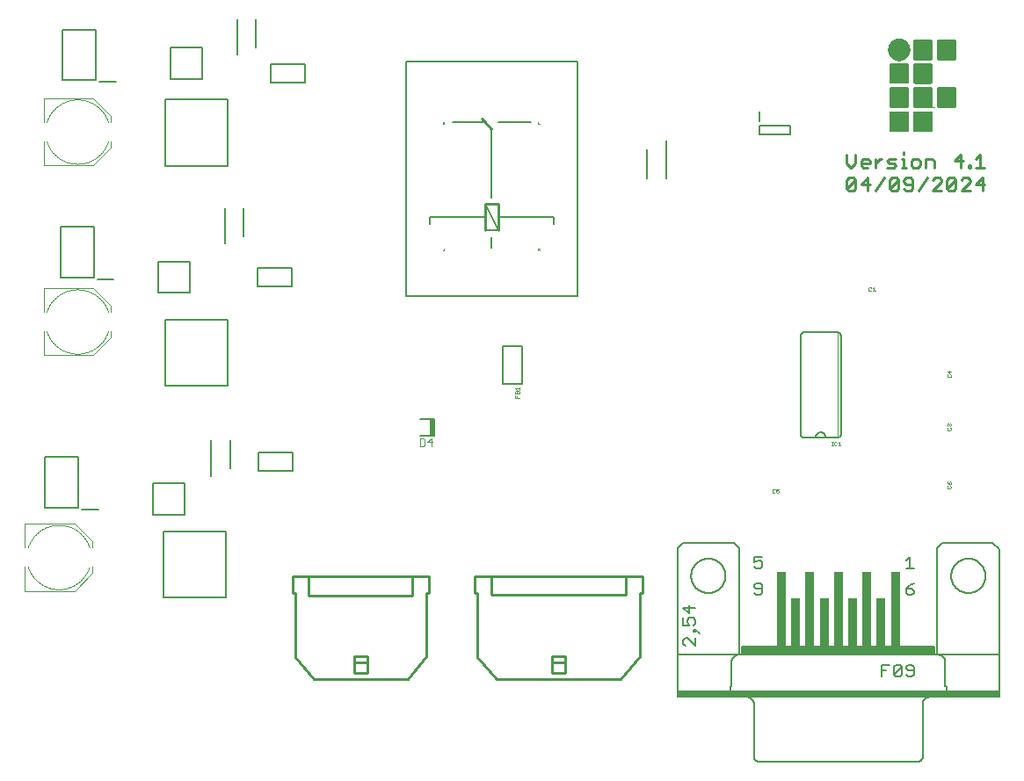
<source format=gbr>
G04 EAGLE Gerber RS-274X export*
G75*
%MOMM*%
%FSLAX34Y34*%
%LPD*%
%INSilkscreen Top*%
%IPPOS*%
%AMOC8*
5,1,8,0,0,1.08239X$1,22.5*%
G01*
%ADD10C,0.228600*%
%ADD11R,1.600000X0.020000*%
%ADD12R,1.720000X0.020000*%
%ADD13R,1.780000X0.020000*%
%ADD14R,1.820000X0.020000*%
%ADD15R,1.840000X0.020000*%
%ADD16R,1.860000X0.020000*%
%ADD17R,1.880000X0.020000*%
%ADD18R,1.900000X0.020000*%
%ADD19R,1.920000X0.020000*%
%ADD20R,1.800000X0.020000*%
%ADD21R,1.760000X0.020000*%
%ADD22R,1.680000X0.020000*%
%ADD23R,1.660000X0.020000*%
%ADD24R,1.740000X0.020000*%
%ADD25R,1.620000X0.020000*%
%ADD26R,1.560000X0.020000*%
%ADD27R,1.700000X0.020000*%
%ADD28R,0.260000X0.020000*%
%ADD29R,0.480000X0.020000*%
%ADD30R,0.620000X0.020000*%
%ADD31R,0.740000X0.020000*%
%ADD32R,0.840000X0.020000*%
%ADD33R,0.920000X0.020000*%
%ADD34R,1.000000X0.020000*%
%ADD35R,1.080000X0.020000*%
%ADD36R,1.140000X0.020000*%
%ADD37R,1.200000X0.020000*%
%ADD38R,1.260000X0.020000*%
%ADD39R,1.320000X0.020000*%
%ADD40R,1.360000X0.020000*%
%ADD41R,1.400000X0.020000*%
%ADD42R,1.440000X0.020000*%
%ADD43R,1.480000X0.020000*%
%ADD44R,1.520000X0.020000*%
%ADD45R,1.640000X0.020000*%
%ADD46R,1.960000X0.020000*%
%ADD47R,2.000000X0.020000*%
%ADD48R,2.040000X0.020000*%
%ADD49R,2.060000X0.020000*%
%ADD50R,2.080000X0.020000*%
%ADD51R,2.100000X0.020000*%
%ADD52R,2.120000X0.020000*%
%ADD53R,1.940000X0.020000*%
%ADD54R,1.580000X0.020000*%
%ADD55R,1.540000X0.020000*%
%ADD56R,1.500000X0.020000*%
%ADD57R,1.460000X0.020000*%
%ADD58R,1.420000X0.020000*%
%ADD59R,1.280000X0.020000*%
%ADD60R,1.220000X0.020000*%
%ADD61R,1.160000X0.020000*%
%ADD62R,1.040000X0.020000*%
%ADD63R,0.960000X0.020000*%
%ADD64R,0.880000X0.020000*%
%ADD65R,0.760000X0.020000*%
%ADD66R,0.660000X0.020000*%
%ADD67R,0.520000X0.020000*%
%ADD68R,0.320000X0.020000*%
%ADD69C,0.050800*%
%ADD70C,0.152400*%
%ADD71C,0.025400*%
%ADD72C,0.127000*%
%ADD73R,18.542000X0.762000*%
%ADD74R,30.988000X0.508000*%
%ADD75R,0.812800X7.239000*%
%ADD76R,0.812800X4.699000*%
%ADD77C,0.254000*%
%ADD78C,0.200000*%
%ADD79C,0.101600*%
%ADD80C,0.203200*%
%ADD81R,0.500000X1.575000*%
%ADD82C,0.076200*%


D10*
X837994Y516170D02*
X837994Y507687D01*
X842235Y503445D01*
X846477Y507687D01*
X846477Y516170D01*
X853926Y503445D02*
X858168Y503445D01*
X853926Y503445D02*
X851805Y505566D01*
X851805Y509808D01*
X853926Y511928D01*
X858168Y511928D01*
X860289Y509808D01*
X860289Y507687D01*
X851805Y507687D01*
X865617Y503445D02*
X865617Y511928D01*
X865617Y507687D02*
X869859Y511928D01*
X871980Y511928D01*
X877127Y503445D02*
X883489Y503445D01*
X885610Y505566D01*
X883489Y507687D01*
X879248Y507687D01*
X877127Y509808D01*
X879248Y511928D01*
X885610Y511928D01*
X890939Y511928D02*
X893060Y511928D01*
X893060Y503445D01*
X895180Y503445D02*
X890939Y503445D01*
X893060Y516170D02*
X893060Y518291D01*
X902267Y503445D02*
X906509Y503445D01*
X908630Y505566D01*
X908630Y509808D01*
X906509Y511928D01*
X902267Y511928D01*
X900147Y509808D01*
X900147Y505566D01*
X902267Y503445D01*
X913958Y503445D02*
X913958Y511928D01*
X920321Y511928D01*
X922442Y509808D01*
X922442Y503445D01*
X947944Y503445D02*
X947944Y516170D01*
X941582Y509808D01*
X950065Y509808D01*
X955394Y505566D02*
X955394Y503445D01*
X955394Y505566D02*
X957515Y505566D01*
X957515Y503445D01*
X955394Y503445D01*
X962300Y511928D02*
X966541Y516170D01*
X966541Y503445D01*
X962300Y503445D02*
X970783Y503445D01*
X837994Y491549D02*
X837994Y483066D01*
X837994Y491549D02*
X840114Y493670D01*
X844356Y493670D01*
X846477Y491549D01*
X846477Y483066D01*
X844356Y480945D01*
X840114Y480945D01*
X837994Y483066D01*
X846477Y491549D01*
X858168Y493670D02*
X858168Y480945D01*
X851805Y487308D02*
X858168Y493670D01*
X860289Y487308D02*
X851805Y487308D01*
X865617Y480945D02*
X874100Y493670D01*
X879429Y491549D02*
X879429Y483066D01*
X879429Y491549D02*
X881550Y493670D01*
X885791Y493670D01*
X887912Y491549D01*
X887912Y483066D01*
X885791Y480945D01*
X881550Y480945D01*
X879429Y483066D01*
X887912Y491549D01*
X893241Y483066D02*
X895362Y480945D01*
X899603Y480945D01*
X901724Y483066D01*
X901724Y491549D01*
X899603Y493670D01*
X895362Y493670D01*
X893241Y491549D01*
X893241Y489428D01*
X895362Y487308D01*
X901724Y487308D01*
X907053Y480945D02*
X915536Y493670D01*
X920864Y480945D02*
X929348Y480945D01*
X929348Y489428D02*
X920864Y480945D01*
X929348Y489428D02*
X929348Y491549D01*
X927227Y493670D01*
X922985Y493670D01*
X920864Y491549D01*
X934676Y491549D02*
X934676Y483066D01*
X934676Y491549D02*
X936797Y493670D01*
X941039Y493670D01*
X943159Y491549D01*
X943159Y483066D01*
X941039Y480945D01*
X936797Y480945D01*
X934676Y483066D01*
X943159Y491549D01*
X948488Y480945D02*
X956971Y480945D01*
X948488Y480945D02*
X956971Y489428D01*
X956971Y491549D01*
X954850Y493670D01*
X950609Y493670D01*
X948488Y491549D01*
X968662Y493670D02*
X968662Y480945D01*
X962300Y487308D02*
X968662Y493670D01*
X970783Y487308D02*
X962300Y487308D01*
D11*
X888387Y537700D03*
X911587Y537700D03*
D12*
X888387Y537900D03*
X911587Y537900D03*
D13*
X888487Y538100D03*
X911487Y538100D03*
D14*
X888487Y538300D03*
X911487Y538300D03*
D15*
X888387Y538500D03*
D16*
X911487Y538500D03*
D17*
X888387Y538700D03*
X911587Y538700D03*
X888387Y538900D03*
D18*
X911487Y538900D03*
D19*
X888387Y539100D03*
D18*
X911487Y539100D03*
D19*
X888387Y539300D03*
D18*
X911487Y539300D03*
D19*
X888387Y539500D03*
X911587Y539500D03*
X888387Y539700D03*
X911587Y539700D03*
X888387Y539900D03*
X911587Y539900D03*
X888387Y540100D03*
X911587Y540100D03*
X888387Y540300D03*
X911587Y540300D03*
X888387Y540500D03*
X911587Y540500D03*
X888387Y540700D03*
X911587Y540700D03*
X888387Y540900D03*
X911587Y540900D03*
X888387Y541100D03*
X911587Y541100D03*
X888387Y541300D03*
X911587Y541300D03*
X888387Y541500D03*
X911587Y541500D03*
X888387Y541700D03*
X911587Y541700D03*
X888387Y541900D03*
X911587Y541900D03*
X888387Y542100D03*
X911587Y542100D03*
X888387Y542300D03*
X911587Y542300D03*
X888387Y542500D03*
X911587Y542500D03*
X888387Y542700D03*
X911587Y542700D03*
X888387Y542900D03*
X911587Y542900D03*
X888387Y543100D03*
X911587Y543100D03*
X888387Y543300D03*
X911587Y543300D03*
X888387Y543500D03*
X911587Y543500D03*
X888387Y543700D03*
X911587Y543700D03*
X888387Y543900D03*
X911587Y543900D03*
X888387Y544100D03*
X911587Y544100D03*
X888387Y544300D03*
X911587Y544300D03*
X888387Y544500D03*
X911587Y544500D03*
X888387Y544700D03*
X911587Y544700D03*
X888387Y544900D03*
X911587Y544900D03*
X888387Y545100D03*
X911587Y545100D03*
X888387Y545300D03*
X911587Y545300D03*
X888387Y545500D03*
X911587Y545500D03*
X888387Y545700D03*
X911587Y545700D03*
X888387Y545900D03*
X911587Y545900D03*
X888387Y546100D03*
X911587Y546100D03*
X888387Y546300D03*
X911587Y546300D03*
X888387Y546500D03*
X911587Y546500D03*
X888387Y546700D03*
X911587Y546700D03*
X888387Y546900D03*
X911587Y546900D03*
X888387Y547100D03*
X911587Y547100D03*
X888387Y547300D03*
X911587Y547300D03*
X888387Y547500D03*
X911587Y547500D03*
X888387Y547700D03*
X911587Y547700D03*
X888387Y547900D03*
X911587Y547900D03*
X888387Y548100D03*
X911587Y548100D03*
X888387Y548300D03*
X911587Y548300D03*
X888387Y548500D03*
X911587Y548500D03*
X888387Y548700D03*
X911587Y548700D03*
X888387Y548900D03*
X911587Y548900D03*
X888387Y549100D03*
X911587Y549100D03*
X888387Y549300D03*
X911587Y549300D03*
X888387Y549500D03*
X911587Y549500D03*
X888387Y549700D03*
X911587Y549700D03*
X888387Y549900D03*
X911587Y549900D03*
X888387Y550100D03*
X911587Y550100D03*
X888387Y550300D03*
X911587Y550300D03*
X888387Y550500D03*
X911587Y550500D03*
X888387Y550700D03*
X911587Y550700D03*
X888387Y550900D03*
X911587Y550900D03*
X888387Y551100D03*
X911587Y551100D03*
X888387Y551300D03*
X911587Y551300D03*
X888387Y551500D03*
X911587Y551500D03*
X888387Y551700D03*
X911587Y551700D03*
X888387Y551900D03*
X911587Y551900D03*
X888387Y552100D03*
X911587Y552100D03*
X888387Y552300D03*
X911587Y552300D03*
X888387Y552500D03*
X911587Y552500D03*
X888387Y552700D03*
X911587Y552700D03*
X888387Y552900D03*
X911587Y552900D03*
X888387Y553100D03*
X911587Y553100D03*
X888387Y553300D03*
X911587Y553300D03*
X888387Y553500D03*
X911587Y553500D03*
X888387Y553700D03*
X911587Y553700D03*
X888387Y553900D03*
X911587Y553900D03*
X888387Y554100D03*
X911587Y554100D03*
X888387Y554300D03*
X911587Y554300D03*
X888387Y554500D03*
X911587Y554500D03*
X888387Y554700D03*
X911587Y554700D03*
X888387Y554900D03*
X911587Y554900D03*
X888387Y555100D03*
X911587Y555100D03*
X888387Y555300D03*
D18*
X911487Y555300D03*
X888487Y555500D03*
X911487Y555500D03*
D17*
X888387Y555700D03*
X911587Y555700D03*
X888387Y555900D03*
D16*
X911487Y555900D03*
D15*
X888387Y556100D03*
X911587Y556100D03*
D20*
X888387Y556300D03*
X911587Y556300D03*
D21*
X888387Y556500D03*
X911587Y556500D03*
D22*
X888387Y556700D03*
X911587Y556700D03*
D23*
X888487Y560900D03*
X911487Y560900D03*
X934487Y560900D03*
D21*
X888387Y561100D03*
D24*
X911487Y561100D03*
X934487Y561100D03*
D20*
X888387Y561300D03*
X911587Y561300D03*
X934387Y561300D03*
D15*
X888387Y561500D03*
X911587Y561500D03*
X934387Y561500D03*
D16*
X888487Y561700D03*
X911487Y561700D03*
X934487Y561700D03*
D17*
X888387Y561900D03*
X911587Y561900D03*
X934387Y561900D03*
D18*
X888487Y562100D03*
X911487Y562100D03*
X934487Y562100D03*
D19*
X888387Y562300D03*
D18*
X911487Y562300D03*
X934487Y562300D03*
D19*
X888387Y562500D03*
X911587Y562500D03*
X934387Y562500D03*
X888387Y562700D03*
X911587Y562700D03*
X934387Y562700D03*
X888387Y562900D03*
X911587Y562900D03*
X934387Y562900D03*
X888387Y563100D03*
X911587Y563100D03*
X934387Y563100D03*
X888387Y563300D03*
X911587Y563300D03*
X934387Y563300D03*
X888387Y563500D03*
X911587Y563500D03*
X934387Y563500D03*
X888387Y563700D03*
X911587Y563700D03*
X934387Y563700D03*
X888387Y563900D03*
X911587Y563900D03*
X934387Y563900D03*
X888387Y564100D03*
X911587Y564100D03*
X934387Y564100D03*
X888387Y564300D03*
X911587Y564300D03*
X934387Y564300D03*
X888387Y564500D03*
X911587Y564500D03*
X934387Y564500D03*
X888387Y564700D03*
X911587Y564700D03*
X934387Y564700D03*
X888387Y564900D03*
X911587Y564900D03*
X934387Y564900D03*
X888387Y565100D03*
X911587Y565100D03*
X934387Y565100D03*
X888387Y565300D03*
X911587Y565300D03*
X934387Y565300D03*
X888387Y565500D03*
X911587Y565500D03*
X934387Y565500D03*
X888387Y565700D03*
X911587Y565700D03*
X934387Y565700D03*
X888387Y565900D03*
X911587Y565900D03*
X934387Y565900D03*
X888387Y566100D03*
X911587Y566100D03*
X934387Y566100D03*
X888387Y566300D03*
X911587Y566300D03*
X934387Y566300D03*
X888387Y566500D03*
X911587Y566500D03*
X934387Y566500D03*
X888387Y566700D03*
X911587Y566700D03*
X934387Y566700D03*
X888387Y566900D03*
X911587Y566900D03*
X888387Y567100D03*
X911587Y567100D03*
X934387Y567100D03*
X888387Y567300D03*
X911587Y567300D03*
X934387Y567300D03*
X888387Y567500D03*
X911587Y567500D03*
X934387Y567500D03*
X888387Y567700D03*
X911587Y567700D03*
X934387Y567700D03*
X888387Y567900D03*
X911587Y567900D03*
X934387Y567900D03*
X888387Y568100D03*
X911587Y568100D03*
X934387Y568100D03*
X888387Y568300D03*
X911587Y568300D03*
X934387Y568300D03*
X888387Y568500D03*
X911587Y568500D03*
X934387Y568500D03*
X888387Y568700D03*
X911587Y568700D03*
X934387Y568700D03*
X888387Y568900D03*
X911587Y568900D03*
X934387Y568900D03*
X888387Y569100D03*
X911587Y569100D03*
X934387Y569100D03*
X888387Y569300D03*
X911587Y569300D03*
X934387Y569300D03*
X888387Y569500D03*
X911587Y569500D03*
X934387Y569500D03*
X888387Y569700D03*
X911587Y569700D03*
X934387Y569700D03*
X888387Y569900D03*
X911587Y569900D03*
X934387Y569900D03*
X888387Y570100D03*
X911587Y570100D03*
X934387Y570100D03*
X888387Y570300D03*
X911587Y570300D03*
X934387Y570300D03*
X888387Y570500D03*
X911587Y570500D03*
X934387Y570500D03*
X888387Y570700D03*
X911587Y570700D03*
X934387Y570700D03*
X888387Y570900D03*
X911587Y570900D03*
X934387Y570900D03*
X888387Y571100D03*
X911587Y571100D03*
X934387Y571100D03*
X888387Y571300D03*
X911587Y571300D03*
X934387Y571300D03*
X888387Y571500D03*
X911587Y571500D03*
X934387Y571500D03*
X888387Y571700D03*
X911587Y571700D03*
X934387Y571700D03*
X888387Y571900D03*
X911587Y571900D03*
X934387Y571900D03*
X888387Y572100D03*
X934387Y572100D03*
X888387Y572300D03*
X911587Y572300D03*
X934387Y572300D03*
X888387Y572500D03*
X911587Y572500D03*
X934387Y572500D03*
X888387Y572700D03*
X911587Y572700D03*
X934387Y572700D03*
X888387Y572900D03*
X911587Y572900D03*
X934387Y572900D03*
X888387Y573100D03*
X911587Y573100D03*
X934387Y573100D03*
X888387Y573300D03*
X911587Y573300D03*
X934387Y573300D03*
X888387Y573500D03*
X911587Y573500D03*
X934387Y573500D03*
X888387Y573700D03*
X911587Y573700D03*
X934387Y573700D03*
X888387Y573900D03*
X911587Y573900D03*
X934387Y573900D03*
X888387Y574100D03*
X911587Y574100D03*
X934387Y574100D03*
X888387Y574300D03*
X911587Y574300D03*
X934387Y574300D03*
X888387Y574500D03*
X911587Y574500D03*
X934387Y574500D03*
X888387Y574700D03*
X911587Y574700D03*
X934387Y574700D03*
X888387Y574900D03*
X911587Y574900D03*
X934387Y574900D03*
X888387Y575100D03*
X911587Y575100D03*
X934387Y575100D03*
X888387Y575300D03*
X911587Y575300D03*
X934387Y575300D03*
X888387Y575500D03*
X911587Y575500D03*
X934387Y575500D03*
X888387Y575700D03*
X911587Y575700D03*
X934387Y575700D03*
X888387Y575900D03*
X911587Y575900D03*
X934387Y575900D03*
X888387Y576100D03*
X911587Y576100D03*
X934387Y576100D03*
X888387Y576300D03*
X911587Y576300D03*
X934387Y576300D03*
X888387Y576500D03*
X911587Y576500D03*
X934387Y576500D03*
X888387Y576700D03*
X911587Y576700D03*
X934387Y576700D03*
X888387Y576900D03*
X911587Y576900D03*
X934387Y576900D03*
X888387Y577100D03*
X911587Y577100D03*
X934387Y577100D03*
X888387Y577300D03*
X911587Y577300D03*
X934387Y577300D03*
X888387Y577500D03*
X911587Y577500D03*
X934387Y577500D03*
X888387Y577700D03*
X911587Y577700D03*
X934387Y577700D03*
X888387Y577900D03*
X911587Y577900D03*
X934387Y577900D03*
X888387Y578100D03*
X911587Y578100D03*
X934387Y578100D03*
X888387Y578300D03*
D18*
X934487Y578300D03*
D19*
X888387Y578500D03*
D18*
X911487Y578500D03*
X934487Y578500D03*
D17*
X888387Y578700D03*
D18*
X911487Y578700D03*
X934487Y578700D03*
D17*
X888387Y578900D03*
X911587Y578900D03*
X934387Y578900D03*
D15*
X888387Y579100D03*
D16*
X911487Y579100D03*
X934487Y579100D03*
D15*
X888387Y579300D03*
D14*
X911487Y579300D03*
X934487Y579300D03*
D20*
X888387Y579500D03*
D13*
X911487Y579500D03*
X934487Y579500D03*
D12*
X888387Y579700D03*
D24*
X911487Y579700D03*
X934487Y579700D03*
D25*
X888487Y579900D03*
X911487Y579900D03*
X934487Y579900D03*
D26*
X911587Y583900D03*
D12*
X888387Y584100D03*
D27*
X911487Y584100D03*
D21*
X888387Y584300D03*
D13*
X911487Y584300D03*
D20*
X888387Y584500D03*
D14*
X911487Y584500D03*
D15*
X888387Y584700D03*
D16*
X911487Y584700D03*
D17*
X888387Y584900D03*
D16*
X911487Y584900D03*
D17*
X888387Y585100D03*
D18*
X911487Y585100D03*
X888487Y585300D03*
X911487Y585300D03*
D19*
X888387Y585500D03*
D18*
X911487Y585500D03*
D19*
X888387Y585700D03*
X911587Y585700D03*
X888387Y585900D03*
X911587Y585900D03*
X888387Y586100D03*
X911587Y586100D03*
X888387Y586300D03*
X911587Y586300D03*
X888387Y586500D03*
X911587Y586500D03*
X888387Y586700D03*
X911587Y586700D03*
X888387Y586900D03*
X911587Y586900D03*
X888387Y587100D03*
X911587Y587100D03*
X888387Y587300D03*
X911587Y587300D03*
X888387Y587500D03*
X911587Y587500D03*
X888387Y587700D03*
X911587Y587700D03*
X888387Y587900D03*
X911587Y587900D03*
X888387Y588100D03*
X911587Y588100D03*
X888387Y588300D03*
X913873Y560868D03*
X888387Y588500D03*
X911587Y588500D03*
X888387Y588700D03*
X911587Y588700D03*
X888387Y588900D03*
X911587Y588900D03*
X888387Y589100D03*
X911587Y589100D03*
X888387Y589300D03*
X911587Y589300D03*
X888387Y589500D03*
X911587Y589500D03*
X888387Y589700D03*
X911587Y589700D03*
X888387Y589900D03*
X911587Y589900D03*
X888387Y590100D03*
X911587Y590100D03*
X888387Y590300D03*
X911587Y590300D03*
X888387Y590500D03*
X911587Y590500D03*
X888387Y590700D03*
X911587Y590700D03*
X888387Y590900D03*
X911587Y590900D03*
X888387Y591100D03*
X911587Y591100D03*
X888387Y591300D03*
X911587Y591300D03*
X888387Y591500D03*
X911587Y591500D03*
X888387Y591700D03*
X911587Y591700D03*
X888387Y591900D03*
X911587Y591900D03*
X888387Y592100D03*
X911587Y592100D03*
X888387Y592300D03*
X911587Y592300D03*
X888387Y592500D03*
X911587Y592500D03*
X888387Y592700D03*
X911587Y592700D03*
X888387Y592900D03*
X911587Y592900D03*
X888387Y593100D03*
X911587Y593100D03*
X888387Y593300D03*
X911587Y593300D03*
X888387Y593500D03*
X911587Y593500D03*
X888387Y593700D03*
X911587Y593700D03*
X888387Y593900D03*
X911587Y593900D03*
X888387Y594100D03*
X911587Y594100D03*
X888387Y594300D03*
X911587Y594300D03*
X888387Y594500D03*
X911587Y594500D03*
X888387Y594700D03*
X911587Y594700D03*
X888387Y594900D03*
X911587Y594900D03*
X888387Y595100D03*
X911587Y595100D03*
X888387Y595300D03*
X911587Y595300D03*
X888387Y595500D03*
X911587Y595500D03*
X888387Y595700D03*
X911587Y595700D03*
X888387Y595900D03*
X911587Y595900D03*
X888387Y596100D03*
X911587Y596100D03*
X888387Y596300D03*
X911587Y596300D03*
X888387Y596500D03*
X911587Y596500D03*
X888387Y596700D03*
X911587Y596700D03*
X888387Y596900D03*
X911587Y596900D03*
X888387Y597100D03*
X911587Y597100D03*
X888387Y597300D03*
X911587Y597300D03*
X888387Y597500D03*
X911587Y597500D03*
X888387Y597700D03*
X911587Y597700D03*
X888387Y597900D03*
X911587Y597900D03*
X888387Y598100D03*
X911587Y598100D03*
X888387Y598300D03*
X911587Y598300D03*
X888387Y598500D03*
X911587Y598500D03*
X888387Y598700D03*
X911587Y598700D03*
X888387Y598900D03*
X911587Y598900D03*
X888387Y599100D03*
X911587Y599100D03*
X888387Y599300D03*
X888387Y599500D03*
X911587Y599500D03*
X888387Y599700D03*
X911587Y599700D03*
X888387Y599900D03*
X911587Y599900D03*
X888387Y600100D03*
X911587Y600100D03*
X888387Y600300D03*
X911587Y600300D03*
X888387Y600500D03*
X911587Y600500D03*
X888387Y600700D03*
X911587Y600700D03*
X888387Y600900D03*
X911587Y600900D03*
X888387Y601100D03*
X911587Y601100D03*
X888387Y601300D03*
X911587Y601300D03*
X888387Y601500D03*
D18*
X911487Y601500D03*
X888487Y601700D03*
X911487Y601700D03*
D17*
X888387Y601900D03*
D18*
X911487Y601900D03*
D17*
X888387Y602100D03*
D16*
X911487Y602100D03*
D15*
X888387Y602300D03*
X911587Y602300D03*
D20*
X888387Y602500D03*
D14*
X911487Y602500D03*
D21*
X888387Y602700D03*
X911587Y602700D03*
D22*
X888387Y602900D03*
D27*
X911487Y602900D03*
D28*
X888487Y605900D03*
D29*
X888387Y606100D03*
D30*
X888487Y606300D03*
D31*
X888487Y606500D03*
D32*
X888387Y606700D03*
D33*
X888387Y606900D03*
D25*
X911487Y606900D03*
X934487Y606900D03*
D34*
X888387Y607100D03*
D24*
X911487Y607100D03*
X934487Y607100D03*
D35*
X888387Y607300D03*
D13*
X911487Y607300D03*
X934487Y607300D03*
D36*
X888487Y607500D03*
D14*
X911487Y607500D03*
X934487Y607500D03*
D37*
X888387Y607700D03*
D16*
X911487Y607700D03*
X934487Y607700D03*
D38*
X888487Y607900D03*
D17*
X911587Y607900D03*
X934387Y607900D03*
D39*
X888387Y608100D03*
D18*
X911487Y608100D03*
X934487Y608100D03*
D40*
X888387Y608300D03*
D18*
X911487Y608300D03*
X934487Y608300D03*
D41*
X888387Y608500D03*
D19*
X911587Y608500D03*
D18*
X934487Y608500D03*
D42*
X888387Y608700D03*
D19*
X911587Y608700D03*
X934387Y608700D03*
D43*
X888387Y608900D03*
D19*
X911587Y608900D03*
X934387Y608900D03*
D44*
X888387Y609100D03*
D19*
X911587Y609100D03*
X934387Y609100D03*
D26*
X888387Y609300D03*
D19*
X911587Y609300D03*
X934387Y609300D03*
D11*
X888387Y609500D03*
D19*
X911587Y609500D03*
X934387Y609500D03*
D45*
X888387Y609700D03*
D19*
X911587Y609700D03*
X934387Y609700D03*
D22*
X888387Y609900D03*
D19*
X911587Y609900D03*
X934387Y609900D03*
D27*
X888487Y610100D03*
D19*
X911587Y610100D03*
X934387Y610100D03*
D12*
X888387Y610300D03*
D19*
X911587Y610300D03*
X934387Y610300D03*
D21*
X888387Y610500D03*
D19*
X911587Y610500D03*
X934387Y610500D03*
D13*
X888487Y610700D03*
D19*
X911587Y610700D03*
X934387Y610700D03*
D20*
X888387Y610900D03*
D19*
X911587Y610900D03*
X934387Y610900D03*
D15*
X888387Y611100D03*
D19*
X911587Y611100D03*
X934387Y611100D03*
D15*
X888387Y611300D03*
D19*
X911587Y611300D03*
X934387Y611300D03*
D17*
X888387Y611500D03*
D19*
X911587Y611500D03*
X934387Y611500D03*
D18*
X888487Y611700D03*
D19*
X911587Y611700D03*
X934387Y611700D03*
X888387Y611900D03*
X911587Y611900D03*
X934387Y611900D03*
X888387Y612100D03*
X911587Y612100D03*
X934387Y612100D03*
D46*
X888387Y612300D03*
D19*
X911587Y612300D03*
X934387Y612300D03*
D46*
X888387Y612500D03*
D19*
X911587Y612500D03*
X934387Y612500D03*
D47*
X888387Y612700D03*
D19*
X911587Y612700D03*
X934387Y612700D03*
D47*
X888387Y612900D03*
D19*
X911587Y612900D03*
X934387Y612900D03*
D47*
X888387Y613100D03*
D19*
X911587Y613100D03*
X934387Y613100D03*
D48*
X888387Y613300D03*
D19*
X911587Y613300D03*
X934387Y613300D03*
D48*
X888387Y613500D03*
D19*
X911587Y613500D03*
X934387Y613500D03*
D48*
X888387Y613700D03*
D19*
X911587Y613700D03*
X934387Y613700D03*
D49*
X888487Y613900D03*
D19*
X911587Y613900D03*
X934387Y613900D03*
D50*
X888387Y614100D03*
D19*
X911587Y614100D03*
X934387Y614100D03*
D50*
X888387Y614300D03*
D19*
X911587Y614300D03*
X934387Y614300D03*
D50*
X888387Y614500D03*
D19*
X911587Y614500D03*
X934387Y614500D03*
D50*
X888387Y614700D03*
D19*
X911587Y614700D03*
X934387Y614700D03*
D51*
X888487Y614900D03*
D19*
X911587Y614900D03*
X934387Y614900D03*
D52*
X888387Y615100D03*
D19*
X911587Y615100D03*
X934387Y615100D03*
D52*
X888387Y615300D03*
D19*
X911587Y615300D03*
X934387Y615300D03*
D52*
X888387Y615500D03*
D19*
X911587Y615500D03*
X934387Y615500D03*
D52*
X888387Y615700D03*
D19*
X911587Y615700D03*
X934387Y615700D03*
D52*
X888387Y615900D03*
D19*
X911587Y615900D03*
X934387Y615900D03*
D52*
X888387Y616100D03*
D19*
X911587Y616100D03*
X934387Y616100D03*
D52*
X888387Y616300D03*
D19*
X911587Y616300D03*
X934387Y616300D03*
D52*
X888387Y616500D03*
D19*
X911587Y616500D03*
X934387Y616500D03*
D52*
X888387Y616700D03*
D19*
X911587Y616700D03*
X934387Y616700D03*
D52*
X888387Y616900D03*
D19*
X911587Y616900D03*
X934387Y616900D03*
D52*
X888387Y617100D03*
D19*
X911587Y617100D03*
X934387Y617100D03*
D52*
X888387Y617300D03*
D19*
X911587Y617300D03*
X934387Y617300D03*
D52*
X888387Y617500D03*
D19*
X911587Y617500D03*
X934387Y617500D03*
D52*
X888387Y617700D03*
D19*
X911587Y617700D03*
X934387Y617700D03*
D51*
X888487Y617900D03*
D19*
X911587Y617900D03*
X934387Y617900D03*
D50*
X888387Y618100D03*
D19*
X911587Y618100D03*
X934387Y618100D03*
D50*
X888387Y618300D03*
D19*
X911587Y618300D03*
X934387Y618300D03*
D50*
X888387Y618500D03*
D19*
X911587Y618500D03*
X934387Y618500D03*
D50*
X888387Y618700D03*
D19*
X911587Y618700D03*
X934387Y618700D03*
D49*
X888487Y618900D03*
D19*
X911587Y618900D03*
X934387Y618900D03*
D48*
X888387Y619100D03*
D19*
X911587Y619100D03*
X934387Y619100D03*
D48*
X888387Y619300D03*
D19*
X911587Y619300D03*
X934387Y619300D03*
D48*
X888387Y619500D03*
D19*
X911587Y619500D03*
X934387Y619500D03*
D47*
X888387Y619700D03*
D19*
X911587Y619700D03*
X934387Y619700D03*
D47*
X888387Y619900D03*
D19*
X911587Y619900D03*
X934387Y619900D03*
X911587Y620100D03*
X934387Y620100D03*
D46*
X888387Y620300D03*
D19*
X911587Y620300D03*
X934387Y620300D03*
D46*
X888387Y620500D03*
D19*
X911587Y620500D03*
X934387Y620500D03*
D53*
X888487Y620700D03*
D19*
X911587Y620700D03*
X934387Y620700D03*
X888387Y620900D03*
X911587Y620900D03*
X934387Y620900D03*
D18*
X888487Y621100D03*
D19*
X911587Y621100D03*
X934387Y621100D03*
D17*
X888387Y621300D03*
D19*
X911587Y621300D03*
X934387Y621300D03*
D16*
X888487Y621500D03*
D19*
X911587Y621500D03*
X934387Y621500D03*
D15*
X888387Y621700D03*
D19*
X911587Y621700D03*
X934387Y621700D03*
D20*
X888387Y621900D03*
D19*
X911587Y621900D03*
X934387Y621900D03*
D20*
X888387Y622100D03*
D19*
X911587Y622100D03*
X934387Y622100D03*
D21*
X888387Y622300D03*
D19*
X911587Y622300D03*
X934387Y622300D03*
D24*
X888487Y622500D03*
D19*
X911587Y622500D03*
X934387Y622500D03*
D12*
X888387Y622700D03*
D19*
X911587Y622700D03*
X934387Y622700D03*
D22*
X888387Y622900D03*
D19*
X911587Y622900D03*
X934387Y622900D03*
D45*
X888387Y623100D03*
D19*
X911587Y623100D03*
X934387Y623100D03*
D11*
X888387Y623300D03*
D19*
X911587Y623300D03*
X934387Y623300D03*
D54*
X888487Y623500D03*
D19*
X911587Y623500D03*
X934387Y623500D03*
D55*
X888487Y623700D03*
D19*
X911587Y623700D03*
X934387Y623700D03*
D56*
X888487Y623900D03*
D19*
X911587Y623900D03*
X934387Y623900D03*
D57*
X888487Y624100D03*
D19*
X911587Y624100D03*
X934387Y624100D03*
D58*
X888487Y624300D03*
D19*
X911587Y624300D03*
D18*
X934487Y624300D03*
D40*
X888387Y624500D03*
D18*
X911487Y624500D03*
X934487Y624500D03*
D39*
X888387Y624700D03*
D18*
X911487Y624700D03*
X934487Y624700D03*
D59*
X888387Y624900D03*
D17*
X911587Y624900D03*
X934387Y624900D03*
D60*
X888487Y625100D03*
D16*
X911487Y625100D03*
X934487Y625100D03*
D61*
X888387Y625300D03*
D15*
X911587Y625300D03*
D14*
X934487Y625300D03*
D35*
X888387Y625500D03*
D20*
X911587Y625500D03*
X934387Y625500D03*
D62*
X888387Y625700D03*
D24*
X911487Y625700D03*
X934487Y625700D03*
D63*
X888387Y625900D03*
D23*
X911487Y625900D03*
X934487Y625900D03*
D64*
X888387Y626100D03*
D65*
X888387Y626300D03*
D66*
X888487Y626500D03*
D67*
X888387Y626700D03*
D68*
X888387Y626900D03*
D19*
X911587Y599300D03*
D47*
X888387Y620100D03*
D69*
X448994Y547570D02*
X448994Y545536D01*
X449672Y546892D02*
X448994Y547570D01*
X449672Y546892D02*
X450350Y547570D01*
X450350Y545536D01*
X540994Y545536D02*
X540994Y547570D01*
X540994Y545536D02*
X542350Y545536D01*
X448994Y423875D02*
X449333Y423536D01*
X449672Y423536D01*
X450011Y423875D01*
X450011Y425570D01*
X449672Y425570D02*
X450350Y425570D01*
X540994Y425570D02*
X540994Y423536D01*
X540994Y424214D02*
X542350Y425570D01*
X541333Y424553D02*
X542350Y423536D01*
D70*
X793442Y340990D02*
X793442Y247010D01*
X832558Y340990D02*
X832556Y341112D01*
X832550Y341234D01*
X832540Y341356D01*
X832527Y341477D01*
X832509Y341598D01*
X832488Y341718D01*
X832462Y341838D01*
X832433Y341956D01*
X832401Y342074D01*
X832364Y342191D01*
X832324Y342306D01*
X832280Y342420D01*
X832232Y342532D01*
X832181Y342643D01*
X832126Y342752D01*
X832068Y342860D01*
X832006Y342965D01*
X831941Y343068D01*
X831873Y343170D01*
X831801Y343269D01*
X831727Y343365D01*
X831649Y343460D01*
X831568Y343551D01*
X831485Y343641D01*
X831399Y343727D01*
X831309Y343810D01*
X831218Y343891D01*
X831123Y343969D01*
X831027Y344043D01*
X830928Y344115D01*
X830826Y344183D01*
X830723Y344248D01*
X830618Y344310D01*
X830510Y344368D01*
X830401Y344423D01*
X830290Y344474D01*
X830178Y344522D01*
X830064Y344566D01*
X829949Y344606D01*
X829832Y344643D01*
X829714Y344675D01*
X829596Y344704D01*
X829476Y344730D01*
X829356Y344751D01*
X829235Y344769D01*
X829114Y344782D01*
X828992Y344792D01*
X828870Y344798D01*
X828748Y344800D01*
X793442Y247010D02*
X793444Y246888D01*
X793450Y246766D01*
X793460Y246644D01*
X793473Y246523D01*
X793491Y246402D01*
X793512Y246282D01*
X793538Y246162D01*
X793567Y246044D01*
X793599Y245926D01*
X793636Y245809D01*
X793676Y245694D01*
X793720Y245580D01*
X793768Y245468D01*
X793819Y245357D01*
X793874Y245248D01*
X793932Y245140D01*
X793994Y245035D01*
X794059Y244932D01*
X794127Y244830D01*
X794199Y244731D01*
X794273Y244635D01*
X794351Y244540D01*
X794432Y244449D01*
X794515Y244359D01*
X794601Y244273D01*
X794691Y244190D01*
X794782Y244109D01*
X794877Y244031D01*
X794973Y243957D01*
X795072Y243885D01*
X795174Y243817D01*
X795277Y243752D01*
X795382Y243690D01*
X795490Y243632D01*
X795599Y243577D01*
X795710Y243526D01*
X795822Y243478D01*
X795936Y243434D01*
X796051Y243394D01*
X796168Y243357D01*
X796286Y243325D01*
X796404Y243296D01*
X796524Y243270D01*
X796644Y243249D01*
X796765Y243231D01*
X796886Y243218D01*
X797008Y243208D01*
X797130Y243202D01*
X797252Y243200D01*
X793442Y340990D02*
X793444Y341112D01*
X793450Y341234D01*
X793460Y341356D01*
X793473Y341477D01*
X793491Y341598D01*
X793512Y341718D01*
X793538Y341838D01*
X793567Y341956D01*
X793599Y342074D01*
X793636Y342191D01*
X793676Y342306D01*
X793720Y342420D01*
X793768Y342532D01*
X793819Y342643D01*
X793874Y342752D01*
X793932Y342860D01*
X793994Y342965D01*
X794059Y343068D01*
X794127Y343170D01*
X794199Y343269D01*
X794273Y343365D01*
X794351Y343460D01*
X794432Y343551D01*
X794515Y343641D01*
X794601Y343727D01*
X794691Y343810D01*
X794782Y343891D01*
X794877Y343969D01*
X794973Y344043D01*
X795072Y344115D01*
X795174Y344183D01*
X795277Y344248D01*
X795382Y344310D01*
X795490Y344368D01*
X795599Y344423D01*
X795710Y344474D01*
X795822Y344522D01*
X795936Y344566D01*
X796051Y344606D01*
X796168Y344643D01*
X796286Y344675D01*
X796404Y344704D01*
X796524Y344730D01*
X796644Y344751D01*
X796765Y344769D01*
X796886Y344782D01*
X797008Y344792D01*
X797130Y344798D01*
X797252Y344800D01*
X832558Y247010D02*
X832556Y246888D01*
X832550Y246766D01*
X832540Y246644D01*
X832527Y246523D01*
X832509Y246402D01*
X832488Y246282D01*
X832462Y246162D01*
X832433Y246044D01*
X832401Y245926D01*
X832364Y245809D01*
X832324Y245694D01*
X832280Y245580D01*
X832232Y245468D01*
X832181Y245357D01*
X832126Y245248D01*
X832068Y245140D01*
X832006Y245035D01*
X831941Y244932D01*
X831873Y244830D01*
X831801Y244731D01*
X831727Y244635D01*
X831649Y244540D01*
X831568Y244449D01*
X831485Y244359D01*
X831399Y244273D01*
X831309Y244190D01*
X831218Y244109D01*
X831123Y244031D01*
X831027Y243957D01*
X830928Y243885D01*
X830826Y243817D01*
X830723Y243752D01*
X830618Y243690D01*
X830510Y243632D01*
X830401Y243577D01*
X830290Y243526D01*
X830178Y243478D01*
X830064Y243434D01*
X829949Y243394D01*
X829832Y243357D01*
X829714Y243325D01*
X829596Y243296D01*
X829476Y243270D01*
X829356Y243249D01*
X829235Y243231D01*
X829114Y243218D01*
X828992Y243208D01*
X828870Y243202D01*
X828748Y243200D01*
X832558Y247010D02*
X832558Y340990D01*
X828748Y344800D02*
X797252Y344800D01*
X797252Y243200D02*
X828748Y243200D01*
X818080Y243200D02*
X818078Y243341D01*
X818072Y243482D01*
X818062Y243623D01*
X818049Y243764D01*
X818031Y243904D01*
X818009Y244043D01*
X817984Y244182D01*
X817955Y244321D01*
X817922Y244458D01*
X817885Y244594D01*
X817844Y244729D01*
X817800Y244864D01*
X817752Y244996D01*
X817700Y245128D01*
X817645Y245258D01*
X817586Y245386D01*
X817523Y245513D01*
X817457Y245637D01*
X817388Y245760D01*
X817315Y245881D01*
X817239Y246000D01*
X817159Y246117D01*
X817076Y246231D01*
X816991Y246344D01*
X816902Y246453D01*
X816810Y246561D01*
X816715Y246665D01*
X816617Y246767D01*
X816516Y246866D01*
X816413Y246963D01*
X816307Y247056D01*
X816199Y247146D01*
X816088Y247234D01*
X815975Y247318D01*
X815859Y247399D01*
X815741Y247477D01*
X815621Y247552D01*
X815499Y247623D01*
X815375Y247691D01*
X815249Y247755D01*
X815122Y247816D01*
X814993Y247873D01*
X814862Y247926D01*
X814730Y247976D01*
X814597Y248023D01*
X814462Y248065D01*
X814326Y248104D01*
X814189Y248139D01*
X814052Y248170D01*
X813913Y248197D01*
X813774Y248221D01*
X813634Y248240D01*
X813494Y248256D01*
X813353Y248268D01*
X813212Y248276D01*
X813071Y248280D01*
X812929Y248280D01*
X812788Y248276D01*
X812647Y248268D01*
X812506Y248256D01*
X812366Y248240D01*
X812226Y248221D01*
X812087Y248197D01*
X811948Y248170D01*
X811811Y248139D01*
X811674Y248104D01*
X811538Y248065D01*
X811403Y248023D01*
X811270Y247976D01*
X811138Y247926D01*
X811007Y247873D01*
X810878Y247816D01*
X810751Y247755D01*
X810625Y247691D01*
X810501Y247623D01*
X810379Y247552D01*
X810259Y247477D01*
X810141Y247399D01*
X810025Y247318D01*
X809912Y247234D01*
X809801Y247146D01*
X809693Y247056D01*
X809587Y246963D01*
X809484Y246866D01*
X809383Y246767D01*
X809285Y246665D01*
X809190Y246561D01*
X809098Y246453D01*
X809009Y246344D01*
X808924Y246231D01*
X808841Y246117D01*
X808761Y246000D01*
X808685Y245881D01*
X808612Y245760D01*
X808543Y245637D01*
X808477Y245513D01*
X808414Y245386D01*
X808355Y245258D01*
X808300Y245128D01*
X808248Y244996D01*
X808200Y244864D01*
X808156Y244729D01*
X808115Y244594D01*
X808078Y244458D01*
X808045Y244321D01*
X808016Y244182D01*
X807991Y244043D01*
X807969Y243904D01*
X807951Y243764D01*
X807938Y243623D01*
X807928Y243482D01*
X807922Y243341D01*
X807920Y243200D01*
D69*
X829002Y243200D02*
X829002Y344800D01*
X824781Y235580D02*
X823595Y235580D01*
X824188Y235580D02*
X824188Y239139D01*
X823595Y239139D02*
X824781Y239139D01*
X827869Y239139D02*
X828463Y238546D01*
X827869Y239139D02*
X826683Y239139D01*
X826090Y238546D01*
X826090Y236173D01*
X826683Y235580D01*
X827869Y235580D01*
X828463Y236173D01*
X829832Y237953D02*
X831018Y239139D01*
X831018Y235580D01*
X829832Y235580D02*
X832205Y235580D01*
D71*
X861885Y387541D02*
X861249Y388176D01*
X859978Y388176D01*
X859343Y387541D01*
X859343Y384999D01*
X859978Y384363D01*
X861249Y384363D01*
X861885Y384999D01*
X863085Y386905D02*
X864356Y388176D01*
X864356Y384363D01*
X863085Y384363D02*
X865627Y384363D01*
X935459Y252885D02*
X934824Y252249D01*
X934824Y250978D01*
X935459Y250343D01*
X938001Y250343D01*
X938637Y250978D01*
X938637Y252249D01*
X938001Y252885D01*
X935459Y254085D02*
X934824Y254720D01*
X934824Y255992D01*
X935459Y256627D01*
X936095Y256627D01*
X936730Y255992D01*
X936730Y255356D01*
X936730Y255992D02*
X937366Y256627D01*
X938001Y256627D01*
X938637Y255992D01*
X938637Y254720D01*
X938001Y254085D01*
X934824Y303249D02*
X935459Y303885D01*
X934824Y303249D02*
X934824Y301978D01*
X935459Y301343D01*
X938001Y301343D01*
X938637Y301978D01*
X938637Y303249D01*
X938001Y303885D01*
X938637Y306992D02*
X934824Y306992D01*
X936730Y305085D01*
X936730Y307627D01*
X768969Y193005D02*
X768334Y193640D01*
X767063Y193640D01*
X766427Y193005D01*
X766427Y190463D01*
X767063Y189827D01*
X768334Y189827D01*
X768969Y190463D01*
X770169Y193640D02*
X772711Y193640D01*
X770169Y193640D02*
X770169Y191734D01*
X771440Y192369D01*
X772076Y192369D01*
X772711Y191734D01*
X772711Y190463D01*
X772076Y189827D01*
X770805Y189827D01*
X770169Y190463D01*
X934824Y196249D02*
X935459Y196885D01*
X934824Y196249D02*
X934824Y194978D01*
X935459Y194343D01*
X938001Y194343D01*
X938637Y194978D01*
X938637Y196249D01*
X938001Y196885D01*
X935459Y199356D02*
X934824Y200627D01*
X935459Y199356D02*
X936730Y198085D01*
X938001Y198085D01*
X938637Y198720D01*
X938637Y199992D01*
X938001Y200627D01*
X937366Y200627D01*
X936730Y199992D01*
X936730Y198085D01*
D70*
X906200Y-69070D02*
X903660Y-69070D01*
X906200Y-69070D02*
X906340Y-69068D01*
X906480Y-69062D01*
X906620Y-69053D01*
X906759Y-69039D01*
X906898Y-69022D01*
X907036Y-69001D01*
X907174Y-68976D01*
X907311Y-68947D01*
X907447Y-68915D01*
X907582Y-68878D01*
X907716Y-68838D01*
X907849Y-68795D01*
X907981Y-68747D01*
X908112Y-68697D01*
X908241Y-68642D01*
X908368Y-68584D01*
X908494Y-68523D01*
X908618Y-68458D01*
X908740Y-68389D01*
X908860Y-68318D01*
X908978Y-68243D01*
X909095Y-68165D01*
X909209Y-68083D01*
X909320Y-67999D01*
X909429Y-67911D01*
X909536Y-67821D01*
X909641Y-67727D01*
X909742Y-67631D01*
X909841Y-67532D01*
X909937Y-67431D01*
X910031Y-67326D01*
X910121Y-67219D01*
X910209Y-67110D01*
X910293Y-66999D01*
X910375Y-66885D01*
X910453Y-66768D01*
X910528Y-66650D01*
X910599Y-66530D01*
X910668Y-66408D01*
X910733Y-66284D01*
X910794Y-66158D01*
X910852Y-66031D01*
X910907Y-65902D01*
X910957Y-65771D01*
X911005Y-65639D01*
X911048Y-65506D01*
X911088Y-65372D01*
X911125Y-65237D01*
X911157Y-65101D01*
X911186Y-64964D01*
X911211Y-64826D01*
X911232Y-64688D01*
X911249Y-64549D01*
X911263Y-64410D01*
X911272Y-64270D01*
X911278Y-64130D01*
X911280Y-63990D01*
X753800Y-69070D02*
X753660Y-69068D01*
X753520Y-69062D01*
X753380Y-69053D01*
X753241Y-69039D01*
X753102Y-69022D01*
X752964Y-69001D01*
X752826Y-68976D01*
X752689Y-68947D01*
X752553Y-68915D01*
X752418Y-68878D01*
X752284Y-68838D01*
X752151Y-68795D01*
X752019Y-68747D01*
X751888Y-68697D01*
X751759Y-68642D01*
X751632Y-68584D01*
X751506Y-68523D01*
X751382Y-68458D01*
X751260Y-68389D01*
X751140Y-68318D01*
X751022Y-68243D01*
X750905Y-68165D01*
X750791Y-68083D01*
X750680Y-67999D01*
X750571Y-67911D01*
X750464Y-67821D01*
X750359Y-67727D01*
X750258Y-67631D01*
X750159Y-67532D01*
X750063Y-67431D01*
X749969Y-67326D01*
X749879Y-67219D01*
X749791Y-67110D01*
X749707Y-66999D01*
X749625Y-66885D01*
X749547Y-66768D01*
X749472Y-66650D01*
X749401Y-66530D01*
X749332Y-66408D01*
X749267Y-66284D01*
X749206Y-66158D01*
X749148Y-66031D01*
X749093Y-65902D01*
X749043Y-65771D01*
X748995Y-65639D01*
X748952Y-65506D01*
X748912Y-65372D01*
X748875Y-65237D01*
X748843Y-65101D01*
X748814Y-64964D01*
X748789Y-64826D01*
X748768Y-64688D01*
X748751Y-64549D01*
X748737Y-64410D01*
X748728Y-64270D01*
X748722Y-64130D01*
X748720Y-63990D01*
X934140Y33800D02*
X984940Y33800D01*
X984940Y3320D01*
X984940Y33800D02*
X984940Y35070D01*
X984940Y3320D02*
X984940Y-1760D01*
X984940Y-6840D01*
X675060Y-6840D02*
X675060Y-1760D01*
X675060Y3320D01*
X675060Y33800D01*
X675060Y35070D01*
X959540Y-1760D02*
X984940Y-1760D01*
X959540Y-1760D02*
X934140Y-1760D01*
X934140Y3320D01*
X932870Y3320D01*
X932870Y27450D02*
X932868Y27608D01*
X932862Y27767D01*
X932852Y27925D01*
X932838Y28082D01*
X932821Y28240D01*
X932799Y28396D01*
X932774Y28553D01*
X932744Y28708D01*
X932711Y28863D01*
X932674Y29017D01*
X932633Y29170D01*
X932588Y29322D01*
X932539Y29472D01*
X932487Y29622D01*
X932431Y29770D01*
X932371Y29917D01*
X932308Y30062D01*
X932241Y30205D01*
X932171Y30347D01*
X932097Y30487D01*
X932019Y30625D01*
X931938Y30761D01*
X931854Y30895D01*
X931767Y31027D01*
X931676Y31157D01*
X931582Y31284D01*
X931485Y31409D01*
X931384Y31532D01*
X931281Y31652D01*
X931175Y31769D01*
X931066Y31884D01*
X930954Y31996D01*
X930839Y32105D01*
X930722Y32211D01*
X930602Y32314D01*
X930479Y32415D01*
X930354Y32512D01*
X930227Y32606D01*
X930097Y32697D01*
X929965Y32784D01*
X929831Y32868D01*
X929695Y32949D01*
X929557Y33027D01*
X929417Y33101D01*
X929275Y33171D01*
X929132Y33238D01*
X928987Y33301D01*
X928840Y33361D01*
X928692Y33417D01*
X928542Y33469D01*
X928392Y33518D01*
X928240Y33563D01*
X928087Y33604D01*
X927933Y33641D01*
X927778Y33674D01*
X927623Y33704D01*
X927466Y33729D01*
X927310Y33751D01*
X927152Y33768D01*
X926995Y33782D01*
X926837Y33792D01*
X926678Y33798D01*
X926520Y33800D01*
X925250Y33800D02*
X934140Y33800D01*
X925250Y33800D02*
X922710Y33800D01*
X932870Y27450D02*
X932870Y3320D01*
X922710Y33800D02*
X922710Y41420D01*
X922710Y33800D02*
X737290Y33800D01*
X737290Y41420D02*
X922710Y41420D01*
X737290Y41420D02*
X737290Y33800D01*
X734750Y33800D01*
X725860Y33800D01*
X700460Y-1760D02*
X675060Y-1760D01*
X725860Y-1760D02*
X934140Y-1760D01*
X725860Y-1760D02*
X700460Y-1760D01*
X725860Y-1760D02*
X725860Y3320D01*
X727130Y3320D02*
X727130Y27450D01*
X727130Y3320D02*
X725860Y3320D01*
X727130Y27450D02*
X727132Y27608D01*
X727138Y27767D01*
X727148Y27925D01*
X727162Y28082D01*
X727179Y28240D01*
X727201Y28396D01*
X727226Y28553D01*
X727256Y28708D01*
X727289Y28863D01*
X727326Y29017D01*
X727367Y29170D01*
X727412Y29322D01*
X727461Y29472D01*
X727513Y29622D01*
X727569Y29770D01*
X727629Y29917D01*
X727692Y30062D01*
X727759Y30205D01*
X727829Y30347D01*
X727903Y30487D01*
X727981Y30625D01*
X728062Y30761D01*
X728146Y30895D01*
X728233Y31027D01*
X728324Y31157D01*
X728418Y31284D01*
X728515Y31409D01*
X728616Y31532D01*
X728719Y31652D01*
X728825Y31769D01*
X728934Y31884D01*
X729046Y31996D01*
X729161Y32105D01*
X729278Y32211D01*
X729398Y32314D01*
X729521Y32415D01*
X729646Y32512D01*
X729773Y32606D01*
X729903Y32697D01*
X730035Y32784D01*
X730169Y32868D01*
X730305Y32949D01*
X730443Y33027D01*
X730583Y33101D01*
X730725Y33171D01*
X730868Y33238D01*
X731013Y33301D01*
X731160Y33361D01*
X731308Y33417D01*
X731458Y33469D01*
X731608Y33518D01*
X731760Y33563D01*
X731913Y33604D01*
X732067Y33641D01*
X732222Y33674D01*
X732377Y33704D01*
X732534Y33729D01*
X732690Y33751D01*
X732848Y33768D01*
X733005Y33782D01*
X733163Y33792D01*
X733322Y33798D01*
X733480Y33800D01*
X978590Y141750D02*
X984940Y135400D01*
X984940Y35070D01*
X978590Y141750D02*
X930330Y141750D01*
X925250Y136670D01*
X925250Y33800D01*
X734750Y33800D02*
X734750Y136670D01*
X729670Y141750D01*
X680140Y141750D01*
X675060Y136670D01*
X675060Y35070D01*
X675060Y33800D02*
X725860Y33800D01*
X907470Y-6840D02*
X984940Y-6840D01*
X911280Y-13190D02*
X911280Y-63990D01*
X911280Y-13190D02*
X911282Y-13032D01*
X911288Y-12873D01*
X911298Y-12715D01*
X911312Y-12558D01*
X911329Y-12400D01*
X911351Y-12244D01*
X911376Y-12087D01*
X911406Y-11932D01*
X911439Y-11777D01*
X911476Y-11623D01*
X911517Y-11470D01*
X911562Y-11318D01*
X911611Y-11168D01*
X911663Y-11018D01*
X911719Y-10870D01*
X911779Y-10723D01*
X911842Y-10578D01*
X911909Y-10435D01*
X911979Y-10293D01*
X912053Y-10153D01*
X912131Y-10015D01*
X912212Y-9879D01*
X912296Y-9745D01*
X912383Y-9613D01*
X912474Y-9483D01*
X912568Y-9356D01*
X912665Y-9231D01*
X912766Y-9108D01*
X912869Y-8988D01*
X912975Y-8871D01*
X913084Y-8756D01*
X913196Y-8644D01*
X913311Y-8535D01*
X913428Y-8429D01*
X913548Y-8326D01*
X913671Y-8225D01*
X913796Y-8128D01*
X913923Y-8034D01*
X914053Y-7943D01*
X914185Y-7856D01*
X914319Y-7772D01*
X914455Y-7691D01*
X914593Y-7613D01*
X914733Y-7539D01*
X914875Y-7469D01*
X915018Y-7402D01*
X915163Y-7339D01*
X915310Y-7279D01*
X915458Y-7223D01*
X915608Y-7171D01*
X915758Y-7122D01*
X915910Y-7077D01*
X916063Y-7036D01*
X916217Y-6999D01*
X916372Y-6966D01*
X916527Y-6936D01*
X916684Y-6911D01*
X916840Y-6889D01*
X916998Y-6872D01*
X917155Y-6858D01*
X917313Y-6848D01*
X917472Y-6842D01*
X917630Y-6840D01*
X752530Y-6840D02*
X675060Y-6840D01*
X748720Y-13190D02*
X748720Y-63990D01*
X748720Y-13190D02*
X748718Y-13032D01*
X748712Y-12873D01*
X748702Y-12715D01*
X748688Y-12558D01*
X748671Y-12400D01*
X748649Y-12244D01*
X748624Y-12087D01*
X748594Y-11932D01*
X748561Y-11777D01*
X748524Y-11623D01*
X748483Y-11470D01*
X748438Y-11318D01*
X748389Y-11168D01*
X748337Y-11018D01*
X748281Y-10870D01*
X748221Y-10723D01*
X748158Y-10578D01*
X748091Y-10435D01*
X748021Y-10293D01*
X747947Y-10153D01*
X747869Y-10015D01*
X747788Y-9879D01*
X747704Y-9745D01*
X747617Y-9613D01*
X747526Y-9483D01*
X747432Y-9356D01*
X747335Y-9231D01*
X747234Y-9108D01*
X747131Y-8988D01*
X747025Y-8871D01*
X746916Y-8756D01*
X746804Y-8644D01*
X746689Y-8535D01*
X746572Y-8429D01*
X746452Y-8326D01*
X746329Y-8225D01*
X746204Y-8128D01*
X746077Y-8034D01*
X745947Y-7943D01*
X745815Y-7856D01*
X745681Y-7772D01*
X745545Y-7691D01*
X745407Y-7613D01*
X745267Y-7539D01*
X745125Y-7469D01*
X744982Y-7402D01*
X744837Y-7339D01*
X744690Y-7279D01*
X744542Y-7223D01*
X744392Y-7171D01*
X744242Y-7122D01*
X744090Y-7077D01*
X743937Y-7036D01*
X743783Y-6999D01*
X743628Y-6966D01*
X743473Y-6936D01*
X743316Y-6911D01*
X743160Y-6889D01*
X743002Y-6872D01*
X742845Y-6858D01*
X742687Y-6848D01*
X742528Y-6842D01*
X742370Y-6840D01*
X752530Y-6840D02*
X907470Y-6840D01*
X903660Y-69070D02*
X756340Y-69070D01*
X753800Y-69070D01*
X938712Y110000D02*
X938717Y110405D01*
X938732Y110810D01*
X938757Y111215D01*
X938792Y111618D01*
X938836Y112021D01*
X938891Y112423D01*
X938955Y112823D01*
X939029Y113221D01*
X939113Y113617D01*
X939207Y114012D01*
X939310Y114403D01*
X939423Y114793D01*
X939545Y115179D01*
X939677Y115562D01*
X939818Y115942D01*
X939969Y116318D01*
X940128Y116691D01*
X940297Y117059D01*
X940475Y117423D01*
X940661Y117783D01*
X940857Y118138D01*
X941061Y118488D01*
X941273Y118833D01*
X941494Y119172D01*
X941724Y119507D01*
X941961Y119835D01*
X942206Y120157D01*
X942460Y120474D01*
X942720Y120784D01*
X942989Y121087D01*
X943265Y121384D01*
X943548Y121674D01*
X943838Y121957D01*
X944135Y122233D01*
X944438Y122502D01*
X944748Y122762D01*
X945065Y123016D01*
X945387Y123261D01*
X945715Y123498D01*
X946050Y123728D01*
X946389Y123949D01*
X946734Y124161D01*
X947084Y124365D01*
X947439Y124561D01*
X947799Y124747D01*
X948163Y124925D01*
X948531Y125094D01*
X948904Y125253D01*
X949280Y125404D01*
X949660Y125545D01*
X950043Y125677D01*
X950429Y125799D01*
X950819Y125912D01*
X951210Y126015D01*
X951605Y126109D01*
X952001Y126193D01*
X952399Y126267D01*
X952799Y126331D01*
X953201Y126386D01*
X953604Y126430D01*
X954007Y126465D01*
X954412Y126490D01*
X954817Y126505D01*
X955222Y126510D01*
X955627Y126505D01*
X956032Y126490D01*
X956437Y126465D01*
X956840Y126430D01*
X957243Y126386D01*
X957645Y126331D01*
X958045Y126267D01*
X958443Y126193D01*
X958839Y126109D01*
X959234Y126015D01*
X959625Y125912D01*
X960015Y125799D01*
X960401Y125677D01*
X960784Y125545D01*
X961164Y125404D01*
X961540Y125253D01*
X961913Y125094D01*
X962281Y124925D01*
X962645Y124747D01*
X963005Y124561D01*
X963360Y124365D01*
X963710Y124161D01*
X964055Y123949D01*
X964394Y123728D01*
X964729Y123498D01*
X965057Y123261D01*
X965379Y123016D01*
X965696Y122762D01*
X966006Y122502D01*
X966309Y122233D01*
X966606Y121957D01*
X966896Y121674D01*
X967179Y121384D01*
X967455Y121087D01*
X967724Y120784D01*
X967984Y120474D01*
X968238Y120157D01*
X968483Y119835D01*
X968720Y119507D01*
X968950Y119172D01*
X969171Y118833D01*
X969383Y118488D01*
X969587Y118138D01*
X969783Y117783D01*
X969969Y117423D01*
X970147Y117059D01*
X970316Y116691D01*
X970475Y116318D01*
X970626Y115942D01*
X970767Y115562D01*
X970899Y115179D01*
X971021Y114793D01*
X971134Y114403D01*
X971237Y114012D01*
X971331Y113617D01*
X971415Y113221D01*
X971489Y112823D01*
X971553Y112423D01*
X971608Y112021D01*
X971652Y111618D01*
X971687Y111215D01*
X971712Y110810D01*
X971727Y110405D01*
X971732Y110000D01*
X971727Y109595D01*
X971712Y109190D01*
X971687Y108785D01*
X971652Y108382D01*
X971608Y107979D01*
X971553Y107577D01*
X971489Y107177D01*
X971415Y106779D01*
X971331Y106383D01*
X971237Y105988D01*
X971134Y105597D01*
X971021Y105207D01*
X970899Y104821D01*
X970767Y104438D01*
X970626Y104058D01*
X970475Y103682D01*
X970316Y103309D01*
X970147Y102941D01*
X969969Y102577D01*
X969783Y102217D01*
X969587Y101862D01*
X969383Y101512D01*
X969171Y101167D01*
X968950Y100828D01*
X968720Y100493D01*
X968483Y100165D01*
X968238Y99843D01*
X967984Y99526D01*
X967724Y99216D01*
X967455Y98913D01*
X967179Y98616D01*
X966896Y98326D01*
X966606Y98043D01*
X966309Y97767D01*
X966006Y97498D01*
X965696Y97238D01*
X965379Y96984D01*
X965057Y96739D01*
X964729Y96502D01*
X964394Y96272D01*
X964055Y96051D01*
X963710Y95839D01*
X963360Y95635D01*
X963005Y95439D01*
X962645Y95253D01*
X962281Y95075D01*
X961913Y94906D01*
X961540Y94747D01*
X961164Y94596D01*
X960784Y94455D01*
X960401Y94323D01*
X960015Y94201D01*
X959625Y94088D01*
X959234Y93985D01*
X958839Y93891D01*
X958443Y93807D01*
X958045Y93733D01*
X957645Y93669D01*
X957243Y93614D01*
X956840Y93570D01*
X956437Y93535D01*
X956032Y93510D01*
X955627Y93495D01*
X955222Y93490D01*
X954817Y93495D01*
X954412Y93510D01*
X954007Y93535D01*
X953604Y93570D01*
X953201Y93614D01*
X952799Y93669D01*
X952399Y93733D01*
X952001Y93807D01*
X951605Y93891D01*
X951210Y93985D01*
X950819Y94088D01*
X950429Y94201D01*
X950043Y94323D01*
X949660Y94455D01*
X949280Y94596D01*
X948904Y94747D01*
X948531Y94906D01*
X948163Y95075D01*
X947799Y95253D01*
X947439Y95439D01*
X947084Y95635D01*
X946734Y95839D01*
X946389Y96051D01*
X946050Y96272D01*
X945715Y96502D01*
X945387Y96739D01*
X945065Y96984D01*
X944748Y97238D01*
X944438Y97498D01*
X944135Y97767D01*
X943838Y98043D01*
X943548Y98326D01*
X943265Y98616D01*
X942989Y98913D01*
X942720Y99216D01*
X942460Y99526D01*
X942206Y99843D01*
X941961Y100165D01*
X941724Y100493D01*
X941494Y100828D01*
X941273Y101167D01*
X941061Y101512D01*
X940857Y101862D01*
X940661Y102217D01*
X940475Y102577D01*
X940297Y102941D01*
X940128Y103309D01*
X939969Y103682D01*
X939818Y104058D01*
X939677Y104438D01*
X939545Y104821D01*
X939423Y105207D01*
X939310Y105597D01*
X939207Y105988D01*
X939113Y106383D01*
X939029Y106779D01*
X938955Y107177D01*
X938891Y107577D01*
X938836Y107979D01*
X938792Y108382D01*
X938757Y108785D01*
X938732Y109190D01*
X938717Y109595D01*
X938712Y110000D01*
X688268Y110000D02*
X688273Y110405D01*
X688288Y110810D01*
X688313Y111215D01*
X688348Y111618D01*
X688392Y112021D01*
X688447Y112423D01*
X688511Y112823D01*
X688585Y113221D01*
X688669Y113617D01*
X688763Y114012D01*
X688866Y114403D01*
X688979Y114793D01*
X689101Y115179D01*
X689233Y115562D01*
X689374Y115942D01*
X689525Y116318D01*
X689684Y116691D01*
X689853Y117059D01*
X690031Y117423D01*
X690217Y117783D01*
X690413Y118138D01*
X690617Y118488D01*
X690829Y118833D01*
X691050Y119172D01*
X691280Y119507D01*
X691517Y119835D01*
X691762Y120157D01*
X692016Y120474D01*
X692276Y120784D01*
X692545Y121087D01*
X692821Y121384D01*
X693104Y121674D01*
X693394Y121957D01*
X693691Y122233D01*
X693994Y122502D01*
X694304Y122762D01*
X694621Y123016D01*
X694943Y123261D01*
X695271Y123498D01*
X695606Y123728D01*
X695945Y123949D01*
X696290Y124161D01*
X696640Y124365D01*
X696995Y124561D01*
X697355Y124747D01*
X697719Y124925D01*
X698087Y125094D01*
X698460Y125253D01*
X698836Y125404D01*
X699216Y125545D01*
X699599Y125677D01*
X699985Y125799D01*
X700375Y125912D01*
X700766Y126015D01*
X701161Y126109D01*
X701557Y126193D01*
X701955Y126267D01*
X702355Y126331D01*
X702757Y126386D01*
X703160Y126430D01*
X703563Y126465D01*
X703968Y126490D01*
X704373Y126505D01*
X704778Y126510D01*
X705183Y126505D01*
X705588Y126490D01*
X705993Y126465D01*
X706396Y126430D01*
X706799Y126386D01*
X707201Y126331D01*
X707601Y126267D01*
X707999Y126193D01*
X708395Y126109D01*
X708790Y126015D01*
X709181Y125912D01*
X709571Y125799D01*
X709957Y125677D01*
X710340Y125545D01*
X710720Y125404D01*
X711096Y125253D01*
X711469Y125094D01*
X711837Y124925D01*
X712201Y124747D01*
X712561Y124561D01*
X712916Y124365D01*
X713266Y124161D01*
X713611Y123949D01*
X713950Y123728D01*
X714285Y123498D01*
X714613Y123261D01*
X714935Y123016D01*
X715252Y122762D01*
X715562Y122502D01*
X715865Y122233D01*
X716162Y121957D01*
X716452Y121674D01*
X716735Y121384D01*
X717011Y121087D01*
X717280Y120784D01*
X717540Y120474D01*
X717794Y120157D01*
X718039Y119835D01*
X718276Y119507D01*
X718506Y119172D01*
X718727Y118833D01*
X718939Y118488D01*
X719143Y118138D01*
X719339Y117783D01*
X719525Y117423D01*
X719703Y117059D01*
X719872Y116691D01*
X720031Y116318D01*
X720182Y115942D01*
X720323Y115562D01*
X720455Y115179D01*
X720577Y114793D01*
X720690Y114403D01*
X720793Y114012D01*
X720887Y113617D01*
X720971Y113221D01*
X721045Y112823D01*
X721109Y112423D01*
X721164Y112021D01*
X721208Y111618D01*
X721243Y111215D01*
X721268Y110810D01*
X721283Y110405D01*
X721288Y110000D01*
X721283Y109595D01*
X721268Y109190D01*
X721243Y108785D01*
X721208Y108382D01*
X721164Y107979D01*
X721109Y107577D01*
X721045Y107177D01*
X720971Y106779D01*
X720887Y106383D01*
X720793Y105988D01*
X720690Y105597D01*
X720577Y105207D01*
X720455Y104821D01*
X720323Y104438D01*
X720182Y104058D01*
X720031Y103682D01*
X719872Y103309D01*
X719703Y102941D01*
X719525Y102577D01*
X719339Y102217D01*
X719143Y101862D01*
X718939Y101512D01*
X718727Y101167D01*
X718506Y100828D01*
X718276Y100493D01*
X718039Y100165D01*
X717794Y99843D01*
X717540Y99526D01*
X717280Y99216D01*
X717011Y98913D01*
X716735Y98616D01*
X716452Y98326D01*
X716162Y98043D01*
X715865Y97767D01*
X715562Y97498D01*
X715252Y97238D01*
X714935Y96984D01*
X714613Y96739D01*
X714285Y96502D01*
X713950Y96272D01*
X713611Y96051D01*
X713266Y95839D01*
X712916Y95635D01*
X712561Y95439D01*
X712201Y95253D01*
X711837Y95075D01*
X711469Y94906D01*
X711096Y94747D01*
X710720Y94596D01*
X710340Y94455D01*
X709957Y94323D01*
X709571Y94201D01*
X709181Y94088D01*
X708790Y93985D01*
X708395Y93891D01*
X707999Y93807D01*
X707601Y93733D01*
X707201Y93669D01*
X706799Y93614D01*
X706396Y93570D01*
X705993Y93535D01*
X705588Y93510D01*
X705183Y93495D01*
X704778Y93490D01*
X704373Y93495D01*
X703968Y93510D01*
X703563Y93535D01*
X703160Y93570D01*
X702757Y93614D01*
X702355Y93669D01*
X701955Y93733D01*
X701557Y93807D01*
X701161Y93891D01*
X700766Y93985D01*
X700375Y94088D01*
X699985Y94201D01*
X699599Y94323D01*
X699216Y94455D01*
X698836Y94596D01*
X698460Y94747D01*
X698087Y94906D01*
X697719Y95075D01*
X697355Y95253D01*
X696995Y95439D01*
X696640Y95635D01*
X696290Y95839D01*
X695945Y96051D01*
X695606Y96272D01*
X695271Y96502D01*
X694943Y96739D01*
X694621Y96984D01*
X694304Y97238D01*
X693994Y97498D01*
X693691Y97767D01*
X693394Y98043D01*
X693104Y98326D01*
X692821Y98616D01*
X692545Y98913D01*
X692276Y99216D01*
X692016Y99526D01*
X691762Y99843D01*
X691517Y100165D01*
X691280Y100493D01*
X691050Y100828D01*
X690829Y101167D01*
X690617Y101512D01*
X690413Y101862D01*
X690217Y102217D01*
X690031Y102577D01*
X689853Y102941D01*
X689684Y103309D01*
X689525Y103682D01*
X689374Y104058D01*
X689233Y104438D01*
X689101Y104821D01*
X688979Y105207D01*
X688866Y105597D01*
X688763Y105988D01*
X688669Y106383D01*
X688585Y106779D01*
X688511Y107177D01*
X688447Y107577D01*
X688392Y107979D01*
X688348Y108382D01*
X688313Y108785D01*
X688288Y109190D01*
X688273Y109595D01*
X688268Y110000D01*
D72*
X895141Y124612D02*
X898954Y128425D01*
X898954Y116985D01*
X895141Y116985D02*
X902768Y116985D01*
X756718Y128425D02*
X749091Y128425D01*
X749091Y122705D01*
X752904Y124612D01*
X754811Y124612D01*
X756718Y122705D01*
X756718Y118892D01*
X754811Y116985D01*
X750998Y116985D01*
X749091Y118892D01*
X749091Y93492D02*
X750998Y91585D01*
X754811Y91585D01*
X756718Y93492D01*
X756718Y101118D01*
X754811Y103025D01*
X750998Y103025D01*
X749091Y101118D01*
X749091Y99212D01*
X750998Y97305D01*
X756718Y97305D01*
X898954Y101118D02*
X902768Y103025D01*
X898954Y101118D02*
X895141Y97305D01*
X895141Y93492D01*
X897048Y91585D01*
X900861Y91585D01*
X902768Y93492D01*
X902768Y95398D01*
X900861Y97305D01*
X895141Y97305D01*
X692205Y49984D02*
X692205Y42357D01*
X684579Y49984D01*
X682672Y49984D01*
X680765Y48077D01*
X680765Y44264D01*
X682672Y42357D01*
X696018Y54051D02*
X692205Y57864D01*
X690298Y57864D01*
X690298Y55958D01*
X692205Y55958D01*
X692205Y57864D01*
X680765Y61847D02*
X680765Y69473D01*
X680765Y61847D02*
X686485Y61847D01*
X684579Y65660D01*
X684579Y67567D01*
X686485Y69473D01*
X690298Y69473D01*
X692205Y67567D01*
X692205Y63754D01*
X690298Y61847D01*
X692205Y79261D02*
X680765Y79261D01*
X686485Y73541D01*
X686485Y81167D01*
X871753Y24285D02*
X871753Y12845D01*
X871753Y24285D02*
X879380Y24285D01*
X875566Y18565D02*
X871753Y18565D01*
X883447Y14752D02*
X883447Y22378D01*
X885354Y24285D01*
X889167Y24285D01*
X891074Y22378D01*
X891074Y14752D01*
X889167Y12845D01*
X885354Y12845D01*
X883447Y14752D01*
X891074Y22378D01*
X895141Y14752D02*
X897048Y12845D01*
X900861Y12845D01*
X902767Y14752D01*
X902767Y22378D01*
X900861Y24285D01*
X897048Y24285D01*
X895141Y22378D01*
X895141Y20472D01*
X897048Y18565D01*
X902767Y18565D01*
D73*
X830000Y37610D03*
D74*
X830000Y-4300D03*
D75*
X884864Y77615D03*
D76*
X871148Y64915D03*
D75*
X857432Y77615D03*
D76*
X843716Y64915D03*
D75*
X830000Y77615D03*
D76*
X816284Y64915D03*
D75*
X802568Y77615D03*
D76*
X788852Y64915D03*
D75*
X775136Y77615D03*
D77*
X638872Y93552D02*
X638872Y32452D01*
X620622Y10452D02*
X500622Y10452D01*
X482372Y31452D02*
X482372Y93552D01*
D72*
X495622Y109552D02*
X512322Y109552D01*
D77*
X495622Y109552D02*
X479822Y109552D01*
X479822Y93552D01*
X482372Y93552D01*
D72*
X495622Y109552D02*
X512372Y109552D01*
D77*
X495622Y109552D02*
X625622Y109552D01*
X641422Y109552D01*
X641422Y93552D01*
X638872Y93552D01*
X495622Y91452D02*
X495622Y109552D01*
X495622Y91452D02*
X625622Y91452D01*
X625622Y109552D01*
X500622Y10452D02*
X482372Y31452D01*
X620622Y10452D02*
X638872Y32452D01*
X566622Y32452D02*
X554622Y32452D01*
X566622Y32452D02*
X566622Y26452D01*
X566622Y16452D01*
X554622Y16452D01*
X554622Y26452D01*
X554622Y32452D01*
X554622Y26452D02*
X566622Y26452D01*
X433250Y32220D02*
X433250Y93320D01*
X415000Y10220D02*
X325000Y10220D01*
X306750Y31220D02*
X306750Y93320D01*
D72*
X320000Y109320D02*
X321700Y109320D01*
D77*
X320000Y109320D02*
X304250Y109320D01*
X304250Y93320D01*
X306750Y93320D01*
D72*
X320000Y109320D02*
X321750Y109320D01*
D77*
X320000Y109320D02*
X420000Y109320D01*
X435750Y109320D01*
X435750Y93320D01*
X433250Y93320D01*
X320000Y91220D02*
X320000Y109320D01*
X320000Y91220D02*
X420000Y91220D01*
X420000Y109320D01*
X325000Y10220D02*
X306750Y31220D01*
X415000Y10220D02*
X433250Y32220D01*
X376000Y32220D02*
X364000Y32220D01*
X376000Y32220D02*
X376000Y26220D01*
X376000Y16220D01*
X364000Y16220D01*
X364000Y26220D01*
X364000Y32220D01*
X364000Y26220D02*
X376000Y26220D01*
D72*
X507000Y295000D02*
X525000Y295000D01*
X507000Y295000D02*
X507000Y331000D01*
X525000Y331000D01*
X525000Y295000D01*
D71*
X522477Y281581D02*
X518664Y281581D01*
X518664Y284123D01*
X520570Y282852D02*
X520570Y281581D01*
X522477Y285323D02*
X518664Y285323D01*
X518664Y287229D01*
X519299Y287865D01*
X519935Y287865D01*
X520570Y287229D01*
X521206Y287865D01*
X521841Y287865D01*
X522477Y287229D01*
X522477Y285323D01*
X520570Y285323D02*
X520570Y287229D01*
X519935Y289065D02*
X518664Y290336D01*
X522477Y290336D01*
X522477Y289065D02*
X522477Y291607D01*
D78*
X115000Y587500D02*
X83000Y587500D01*
X83000Y636500D01*
X115000Y636500D01*
X115000Y587500D01*
X118500Y585950D02*
X134000Y585950D01*
X251000Y612400D02*
X251000Y646500D01*
X269000Y646500D02*
X269000Y619500D01*
D72*
X217000Y619000D02*
X217000Y589000D01*
X217000Y619000D02*
X187000Y619000D01*
X187000Y589000D01*
X217000Y589000D01*
X283490Y585110D02*
X283490Y602890D01*
X316510Y602890D01*
X316510Y585110D01*
X283490Y585110D01*
D78*
X113000Y397500D02*
X81000Y397500D01*
X81000Y446500D01*
X113000Y446500D01*
X113000Y397500D01*
X116500Y395950D02*
X132000Y395950D01*
X239000Y430400D02*
X239000Y464500D01*
X257000Y464500D02*
X257000Y437500D01*
D72*
X205000Y413000D02*
X205000Y383000D01*
X205000Y413000D02*
X175000Y413000D01*
X175000Y383000D01*
X205000Y383000D01*
X270490Y389110D02*
X270490Y406890D01*
X303510Y406890D01*
X303510Y389110D01*
X270490Y389110D01*
D78*
X98000Y175500D02*
X66000Y175500D01*
X66000Y224500D01*
X98000Y224500D01*
X98000Y175500D01*
X101500Y173950D02*
X117000Y173950D01*
X226000Y206400D02*
X226000Y240500D01*
X244000Y240500D02*
X244000Y213500D01*
D72*
X200000Y199000D02*
X200000Y169000D01*
X200000Y199000D02*
X170000Y199000D01*
X170000Y169000D01*
X200000Y169000D01*
X271490Y211110D02*
X271490Y228890D01*
X304510Y228890D01*
X304510Y211110D01*
X271490Y211110D01*
D79*
X64500Y547500D02*
X64500Y570500D01*
X112500Y570500D01*
X129500Y553500D01*
X129500Y547500D01*
X129500Y528500D02*
X129500Y522500D01*
X112500Y505500D01*
X64500Y505500D01*
X64500Y528500D01*
X67500Y547500D02*
X67741Y548218D01*
X68000Y548931D01*
X68276Y549636D01*
X68569Y550335D01*
X68879Y551027D01*
X69206Y551710D01*
X69549Y552386D01*
X69909Y553053D01*
X70285Y553711D01*
X70677Y554359D01*
X71085Y554998D01*
X71508Y555626D01*
X71947Y556244D01*
X72400Y556851D01*
X72869Y557447D01*
X73351Y558031D01*
X73848Y558603D01*
X74359Y559163D01*
X74883Y559710D01*
X75420Y560245D01*
X75971Y560766D01*
X76534Y561273D01*
X77109Y561766D01*
X77696Y562246D01*
X78294Y562710D01*
X78904Y563160D01*
X79525Y563595D01*
X80156Y564015D01*
X80797Y564419D01*
X81447Y564807D01*
X82108Y565179D01*
X82776Y565535D01*
X83454Y565875D01*
X84140Y566198D01*
X84833Y566504D01*
X85533Y566793D01*
X86241Y567064D01*
X86954Y567319D01*
X87674Y567556D01*
X88400Y567775D01*
X89130Y567976D01*
X89865Y568160D01*
X90605Y568325D01*
X91348Y568472D01*
X92095Y568601D01*
X92845Y568712D01*
X93597Y568805D01*
X94351Y568879D01*
X95107Y568934D01*
X95864Y568971D01*
X96621Y568990D01*
X97379Y568990D01*
X98136Y568971D01*
X98893Y568934D01*
X99649Y568879D01*
X100403Y568805D01*
X101155Y568712D01*
X101905Y568601D01*
X102652Y568472D01*
X103395Y568325D01*
X104135Y568160D01*
X104870Y567976D01*
X105600Y567775D01*
X106326Y567556D01*
X107046Y567319D01*
X107759Y567064D01*
X108467Y566793D01*
X109167Y566504D01*
X109860Y566198D01*
X110546Y565875D01*
X111224Y565535D01*
X111892Y565179D01*
X112553Y564807D01*
X113203Y564419D01*
X113844Y564015D01*
X114475Y563595D01*
X115096Y563160D01*
X115706Y562710D01*
X116304Y562246D01*
X116891Y561766D01*
X117466Y561273D01*
X118029Y560766D01*
X118580Y560245D01*
X119117Y559710D01*
X119641Y559163D01*
X120152Y558603D01*
X120649Y558031D01*
X121131Y557447D01*
X121600Y556851D01*
X122053Y556244D01*
X122492Y555626D01*
X122915Y554998D01*
X123323Y554359D01*
X123715Y553711D01*
X124091Y553053D01*
X124451Y552386D01*
X124794Y551710D01*
X125121Y551027D01*
X125431Y550335D01*
X125724Y549636D01*
X126000Y548931D01*
X126259Y548218D01*
X126500Y547500D01*
X126500Y528500D02*
X126259Y527782D01*
X126000Y527069D01*
X125724Y526364D01*
X125431Y525665D01*
X125121Y524973D01*
X124794Y524290D01*
X124451Y523614D01*
X124091Y522947D01*
X123715Y522289D01*
X123323Y521641D01*
X122915Y521002D01*
X122492Y520374D01*
X122053Y519756D01*
X121600Y519149D01*
X121131Y518553D01*
X120649Y517969D01*
X120152Y517397D01*
X119641Y516837D01*
X119117Y516290D01*
X118580Y515755D01*
X118029Y515234D01*
X117466Y514727D01*
X116891Y514234D01*
X116304Y513754D01*
X115706Y513290D01*
X115096Y512840D01*
X114475Y512405D01*
X113844Y511985D01*
X113203Y511581D01*
X112553Y511193D01*
X111892Y510821D01*
X111224Y510465D01*
X110546Y510125D01*
X109860Y509802D01*
X109167Y509496D01*
X108467Y509207D01*
X107759Y508936D01*
X107046Y508681D01*
X106326Y508444D01*
X105600Y508225D01*
X104870Y508024D01*
X104135Y507840D01*
X103395Y507675D01*
X102652Y507528D01*
X101905Y507399D01*
X101155Y507288D01*
X100403Y507195D01*
X99649Y507121D01*
X98893Y507066D01*
X98136Y507029D01*
X97379Y507010D01*
X96621Y507010D01*
X95864Y507029D01*
X95107Y507066D01*
X94351Y507121D01*
X93597Y507195D01*
X92845Y507288D01*
X92095Y507399D01*
X91348Y507528D01*
X90605Y507675D01*
X89865Y507840D01*
X89130Y508024D01*
X88400Y508225D01*
X87674Y508444D01*
X86954Y508681D01*
X86241Y508936D01*
X85533Y509207D01*
X84833Y509496D01*
X84140Y509802D01*
X83454Y510125D01*
X82776Y510465D01*
X82108Y510821D01*
X81447Y511193D01*
X80797Y511581D01*
X80156Y511985D01*
X79525Y512405D01*
X78904Y512840D01*
X78294Y513290D01*
X77696Y513754D01*
X77109Y514234D01*
X76534Y514727D01*
X75971Y515234D01*
X75420Y515755D01*
X74883Y516290D01*
X74359Y516837D01*
X73848Y517397D01*
X73351Y517969D01*
X72869Y518553D01*
X72400Y519149D01*
X71947Y519756D01*
X71508Y520374D01*
X71085Y521002D01*
X70677Y521641D01*
X70285Y522289D01*
X69909Y522947D01*
X69549Y523614D01*
X69206Y524290D01*
X68879Y524973D01*
X68569Y525665D01*
X68276Y526364D01*
X68000Y527069D01*
X67741Y527782D01*
X67500Y528500D01*
X64500Y387500D02*
X64500Y364500D01*
X64500Y387500D02*
X112500Y387500D01*
X129500Y370500D01*
X129500Y364500D01*
X129500Y345500D02*
X129500Y339500D01*
X112500Y322500D01*
X64500Y322500D01*
X64500Y345500D01*
X67500Y364500D02*
X67741Y365218D01*
X68000Y365931D01*
X68276Y366636D01*
X68569Y367335D01*
X68879Y368027D01*
X69206Y368710D01*
X69549Y369386D01*
X69909Y370053D01*
X70285Y370711D01*
X70677Y371359D01*
X71085Y371998D01*
X71508Y372626D01*
X71947Y373244D01*
X72400Y373851D01*
X72869Y374447D01*
X73351Y375031D01*
X73848Y375603D01*
X74359Y376163D01*
X74883Y376710D01*
X75420Y377245D01*
X75971Y377766D01*
X76534Y378273D01*
X77109Y378766D01*
X77696Y379246D01*
X78294Y379710D01*
X78904Y380160D01*
X79525Y380595D01*
X80156Y381015D01*
X80797Y381419D01*
X81447Y381807D01*
X82108Y382179D01*
X82776Y382535D01*
X83454Y382875D01*
X84140Y383198D01*
X84833Y383504D01*
X85533Y383793D01*
X86241Y384064D01*
X86954Y384319D01*
X87674Y384556D01*
X88400Y384775D01*
X89130Y384976D01*
X89865Y385160D01*
X90605Y385325D01*
X91348Y385472D01*
X92095Y385601D01*
X92845Y385712D01*
X93597Y385805D01*
X94351Y385879D01*
X95107Y385934D01*
X95864Y385971D01*
X96621Y385990D01*
X97379Y385990D01*
X98136Y385971D01*
X98893Y385934D01*
X99649Y385879D01*
X100403Y385805D01*
X101155Y385712D01*
X101905Y385601D01*
X102652Y385472D01*
X103395Y385325D01*
X104135Y385160D01*
X104870Y384976D01*
X105600Y384775D01*
X106326Y384556D01*
X107046Y384319D01*
X107759Y384064D01*
X108467Y383793D01*
X109167Y383504D01*
X109860Y383198D01*
X110546Y382875D01*
X111224Y382535D01*
X111892Y382179D01*
X112553Y381807D01*
X113203Y381419D01*
X113844Y381015D01*
X114475Y380595D01*
X115096Y380160D01*
X115706Y379710D01*
X116304Y379246D01*
X116891Y378766D01*
X117466Y378273D01*
X118029Y377766D01*
X118580Y377245D01*
X119117Y376710D01*
X119641Y376163D01*
X120152Y375603D01*
X120649Y375031D01*
X121131Y374447D01*
X121600Y373851D01*
X122053Y373244D01*
X122492Y372626D01*
X122915Y371998D01*
X123323Y371359D01*
X123715Y370711D01*
X124091Y370053D01*
X124451Y369386D01*
X124794Y368710D01*
X125121Y368027D01*
X125431Y367335D01*
X125724Y366636D01*
X126000Y365931D01*
X126259Y365218D01*
X126500Y364500D01*
X126500Y345500D02*
X126259Y344782D01*
X126000Y344069D01*
X125724Y343364D01*
X125431Y342665D01*
X125121Y341973D01*
X124794Y341290D01*
X124451Y340614D01*
X124091Y339947D01*
X123715Y339289D01*
X123323Y338641D01*
X122915Y338002D01*
X122492Y337374D01*
X122053Y336756D01*
X121600Y336149D01*
X121131Y335553D01*
X120649Y334969D01*
X120152Y334397D01*
X119641Y333837D01*
X119117Y333290D01*
X118580Y332755D01*
X118029Y332234D01*
X117466Y331727D01*
X116891Y331234D01*
X116304Y330754D01*
X115706Y330290D01*
X115096Y329840D01*
X114475Y329405D01*
X113844Y328985D01*
X113203Y328581D01*
X112553Y328193D01*
X111892Y327821D01*
X111224Y327465D01*
X110546Y327125D01*
X109860Y326802D01*
X109167Y326496D01*
X108467Y326207D01*
X107759Y325936D01*
X107046Y325681D01*
X106326Y325444D01*
X105600Y325225D01*
X104870Y325024D01*
X104135Y324840D01*
X103395Y324675D01*
X102652Y324528D01*
X101905Y324399D01*
X101155Y324288D01*
X100403Y324195D01*
X99649Y324121D01*
X98893Y324066D01*
X98136Y324029D01*
X97379Y324010D01*
X96621Y324010D01*
X95864Y324029D01*
X95107Y324066D01*
X94351Y324121D01*
X93597Y324195D01*
X92845Y324288D01*
X92095Y324399D01*
X91348Y324528D01*
X90605Y324675D01*
X89865Y324840D01*
X89130Y325024D01*
X88400Y325225D01*
X87674Y325444D01*
X86954Y325681D01*
X86241Y325936D01*
X85533Y326207D01*
X84833Y326496D01*
X84140Y326802D01*
X83454Y327125D01*
X82776Y327465D01*
X82108Y327821D01*
X81447Y328193D01*
X80797Y328581D01*
X80156Y328985D01*
X79525Y329405D01*
X78904Y329840D01*
X78294Y330290D01*
X77696Y330754D01*
X77109Y331234D01*
X76534Y331727D01*
X75971Y332234D01*
X75420Y332755D01*
X74883Y333290D01*
X74359Y333837D01*
X73848Y334397D01*
X73351Y334969D01*
X72869Y335553D01*
X72400Y336149D01*
X71947Y336756D01*
X71508Y337374D01*
X71085Y338002D01*
X70677Y338641D01*
X70285Y339289D01*
X69909Y339947D01*
X69549Y340614D01*
X69206Y341290D01*
X68879Y341973D01*
X68569Y342665D01*
X68276Y343364D01*
X68000Y344069D01*
X67741Y344782D01*
X67500Y345500D01*
X46500Y160500D02*
X46500Y137500D01*
X46500Y160500D02*
X94500Y160500D01*
X111500Y143500D01*
X111500Y137500D01*
X111500Y118500D02*
X111500Y112500D01*
X94500Y95500D01*
X46500Y95500D01*
X46500Y118500D01*
X49500Y137500D02*
X49741Y138218D01*
X50000Y138931D01*
X50276Y139636D01*
X50569Y140335D01*
X50879Y141027D01*
X51206Y141710D01*
X51549Y142386D01*
X51909Y143053D01*
X52285Y143711D01*
X52677Y144359D01*
X53085Y144998D01*
X53508Y145626D01*
X53947Y146244D01*
X54400Y146851D01*
X54869Y147447D01*
X55351Y148031D01*
X55848Y148603D01*
X56359Y149163D01*
X56883Y149710D01*
X57420Y150245D01*
X57971Y150766D01*
X58534Y151273D01*
X59109Y151766D01*
X59696Y152246D01*
X60294Y152710D01*
X60904Y153160D01*
X61525Y153595D01*
X62156Y154015D01*
X62797Y154419D01*
X63447Y154807D01*
X64108Y155179D01*
X64776Y155535D01*
X65454Y155875D01*
X66140Y156198D01*
X66833Y156504D01*
X67533Y156793D01*
X68241Y157064D01*
X68954Y157319D01*
X69674Y157556D01*
X70400Y157775D01*
X71130Y157976D01*
X71865Y158160D01*
X72605Y158325D01*
X73348Y158472D01*
X74095Y158601D01*
X74845Y158712D01*
X75597Y158805D01*
X76351Y158879D01*
X77107Y158934D01*
X77864Y158971D01*
X78621Y158990D01*
X79379Y158990D01*
X80136Y158971D01*
X80893Y158934D01*
X81649Y158879D01*
X82403Y158805D01*
X83155Y158712D01*
X83905Y158601D01*
X84652Y158472D01*
X85395Y158325D01*
X86135Y158160D01*
X86870Y157976D01*
X87600Y157775D01*
X88326Y157556D01*
X89046Y157319D01*
X89759Y157064D01*
X90467Y156793D01*
X91167Y156504D01*
X91860Y156198D01*
X92546Y155875D01*
X93224Y155535D01*
X93892Y155179D01*
X94553Y154807D01*
X95203Y154419D01*
X95844Y154015D01*
X96475Y153595D01*
X97096Y153160D01*
X97706Y152710D01*
X98304Y152246D01*
X98891Y151766D01*
X99466Y151273D01*
X100029Y150766D01*
X100580Y150245D01*
X101117Y149710D01*
X101641Y149163D01*
X102152Y148603D01*
X102649Y148031D01*
X103131Y147447D01*
X103600Y146851D01*
X104053Y146244D01*
X104492Y145626D01*
X104915Y144998D01*
X105323Y144359D01*
X105715Y143711D01*
X106091Y143053D01*
X106451Y142386D01*
X106794Y141710D01*
X107121Y141027D01*
X107431Y140335D01*
X107724Y139636D01*
X108000Y138931D01*
X108259Y138218D01*
X108500Y137500D01*
X108500Y118500D02*
X108259Y117782D01*
X108000Y117069D01*
X107724Y116364D01*
X107431Y115665D01*
X107121Y114973D01*
X106794Y114290D01*
X106451Y113614D01*
X106091Y112947D01*
X105715Y112289D01*
X105323Y111641D01*
X104915Y111002D01*
X104492Y110374D01*
X104053Y109756D01*
X103600Y109149D01*
X103131Y108553D01*
X102649Y107969D01*
X102152Y107397D01*
X101641Y106837D01*
X101117Y106290D01*
X100580Y105755D01*
X100029Y105234D01*
X99466Y104727D01*
X98891Y104234D01*
X98304Y103754D01*
X97706Y103290D01*
X97096Y102840D01*
X96475Y102405D01*
X95844Y101985D01*
X95203Y101581D01*
X94553Y101193D01*
X93892Y100821D01*
X93224Y100465D01*
X92546Y100125D01*
X91860Y99802D01*
X91167Y99496D01*
X90467Y99207D01*
X89759Y98936D01*
X89046Y98681D01*
X88326Y98444D01*
X87600Y98225D01*
X86870Y98024D01*
X86135Y97840D01*
X85395Y97675D01*
X84652Y97528D01*
X83905Y97399D01*
X83155Y97288D01*
X82403Y97195D01*
X81649Y97121D01*
X80893Y97066D01*
X80136Y97029D01*
X79379Y97010D01*
X78621Y97010D01*
X77864Y97029D01*
X77107Y97066D01*
X76351Y97121D01*
X75597Y97195D01*
X74845Y97288D01*
X74095Y97399D01*
X73348Y97528D01*
X72605Y97675D01*
X71865Y97840D01*
X71130Y98024D01*
X70400Y98225D01*
X69674Y98444D01*
X68954Y98681D01*
X68241Y98936D01*
X67533Y99207D01*
X66833Y99496D01*
X66140Y99802D01*
X65454Y100125D01*
X64776Y100465D01*
X64108Y100821D01*
X63447Y101193D01*
X62797Y101581D01*
X62156Y101985D01*
X61525Y102405D01*
X60904Y102840D01*
X60294Y103290D01*
X59696Y103754D01*
X59109Y104234D01*
X58534Y104727D01*
X57971Y105234D01*
X57420Y105755D01*
X56883Y106290D01*
X56359Y106837D01*
X55848Y107397D01*
X55351Y107969D01*
X54869Y108553D01*
X54400Y109149D01*
X53947Y109756D01*
X53508Y110374D01*
X53085Y111002D01*
X52677Y111641D01*
X52285Y112289D01*
X51909Y112947D01*
X51549Y113614D01*
X51206Y114290D01*
X50879Y114973D01*
X50569Y115665D01*
X50276Y116364D01*
X50000Y117069D01*
X49741Y117782D01*
X49500Y118500D01*
D70*
X413450Y379350D02*
X413450Y605410D01*
X578550Y605410D01*
X578550Y379350D01*
X413450Y379350D01*
X436310Y449200D02*
X436310Y455550D01*
X489650Y455550D01*
D77*
X489650Y442850D01*
D70*
X502350Y442850D01*
D77*
X502350Y468250D02*
X489650Y468250D01*
X489650Y455550D01*
X502350Y455550D02*
X502350Y442850D01*
D70*
X502350Y455550D02*
X555690Y455550D01*
D77*
X502350Y455550D02*
X502350Y468250D01*
D70*
X555690Y455550D02*
X555690Y449200D01*
X502350Y442850D02*
X489650Y468250D01*
X496000Y474600D02*
X496000Y540640D01*
D77*
X489650Y546990D01*
D70*
X458662Y546990D01*
X502350Y546990D02*
X533592Y546990D01*
D77*
X489650Y546990D02*
X486602Y550292D01*
D70*
X496000Y436500D02*
X496000Y426340D01*
D78*
X664000Y493000D02*
X664000Y529100D01*
X646000Y521000D02*
X646000Y493000D01*
X754350Y535750D02*
X754350Y544250D01*
X754350Y535750D02*
X783650Y535750D01*
X783650Y544250D01*
X754350Y544250D01*
X753750Y547750D02*
X753750Y557250D01*
D72*
X241939Y568939D02*
X241939Y505061D01*
X182061Y505061D01*
X182061Y568939D01*
X241939Y568939D01*
X182061Y356939D02*
X182061Y293061D01*
X182061Y356939D02*
X241939Y356939D01*
X241939Y293061D01*
X182061Y293061D01*
X180061Y152939D02*
X180061Y89061D01*
X180061Y152939D02*
X239939Y152939D01*
X239939Y89061D01*
X180061Y89061D01*
D80*
X427500Y245000D02*
X440500Y245000D01*
X440500Y261000D02*
X427500Y261000D01*
D81*
X439000Y252875D03*
D82*
X426897Y242465D02*
X426897Y235093D01*
X430583Y235093D01*
X431812Y236322D01*
X431812Y241237D01*
X430583Y242465D01*
X426897Y242465D01*
X438067Y242465D02*
X438067Y235093D01*
X434381Y238779D02*
X438067Y242465D01*
X439296Y238779D02*
X434381Y238779D01*
M02*

</source>
